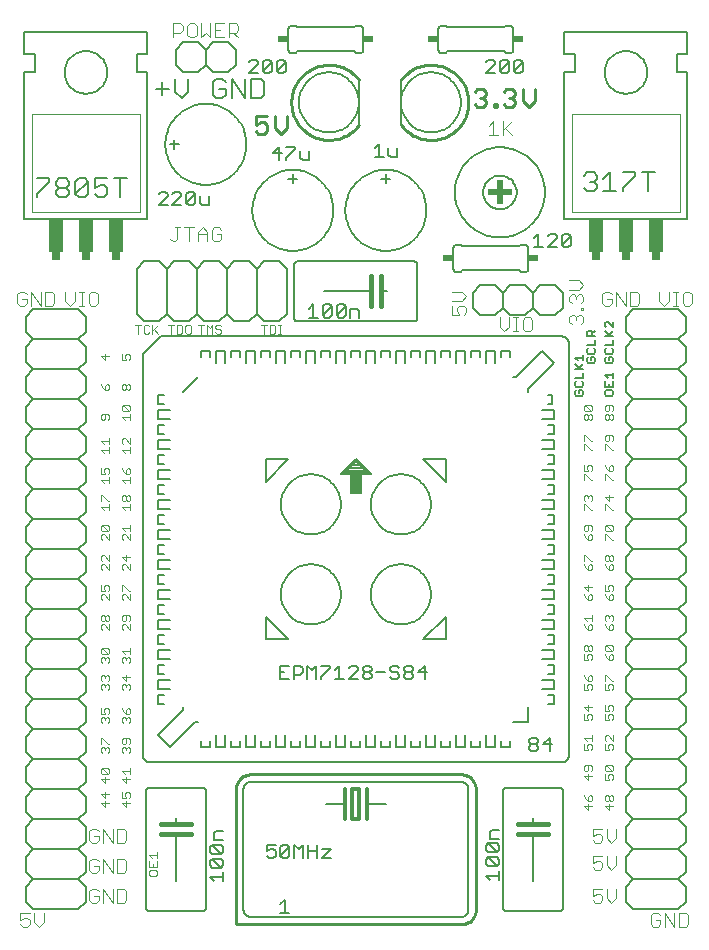
<source format=gto>
G75*
%MOIN*%
%OFA0B0*%
%FSLAX24Y24*%
%IPPOS*%
%LPD*%
%AMOC8*
5,1,8,0,0,1.08239X$1,22.5*
%
%ADD10C,0.0040*%
%ADD11C,0.0060*%
%ADD12C,0.0030*%
%ADD13C,0.0110*%
%ADD14C,0.0050*%
%ADD15R,0.0400X0.0750*%
%ADD16R,0.0700X0.0150*%
%ADD17R,0.0500X0.0100*%
%ADD18R,0.0300X0.0100*%
%ADD19R,0.0100X0.0100*%
%ADD20R,0.0100X0.0050*%
%ADD21R,0.0050X0.0050*%
%ADD22C,0.0020*%
%ADD23R,0.0300X0.0250*%
%ADD24R,0.0500X0.1100*%
%ADD25C,0.0070*%
%ADD26C,0.0100*%
%ADD27C,0.0120*%
%ADD28C,0.0160*%
%ADD29R,0.0340X0.0240*%
%ADD30R,0.0800X0.0200*%
%ADD31R,0.0200X0.0800*%
%ADD32C,0.0080*%
D10*
X000957Y000780D02*
X000880Y000857D01*
X000957Y000780D02*
X001110Y000780D01*
X001187Y000857D01*
X001187Y001010D01*
X001110Y001087D01*
X001033Y001087D01*
X000880Y001010D01*
X000880Y001240D01*
X001187Y001240D01*
X001340Y001240D02*
X001340Y000933D01*
X001494Y000780D01*
X001647Y000933D01*
X001647Y001240D01*
X003180Y001657D02*
X003257Y001580D01*
X003410Y001580D01*
X003487Y001657D01*
X003487Y001810D01*
X003333Y001810D01*
X003180Y001657D02*
X003180Y001964D01*
X003257Y002040D01*
X003410Y002040D01*
X003487Y001964D01*
X003640Y002040D02*
X003947Y001580D01*
X003947Y002040D01*
X004101Y002040D02*
X004331Y002040D01*
X004408Y001964D01*
X004408Y001657D01*
X004331Y001580D01*
X004101Y001580D01*
X004101Y002040D01*
X003640Y002040D02*
X003640Y001580D01*
X003640Y002580D02*
X003640Y003040D01*
X003947Y002580D01*
X003947Y003040D01*
X004101Y003040D02*
X004101Y002580D01*
X004331Y002580D01*
X004408Y002657D01*
X004408Y002964D01*
X004331Y003040D01*
X004101Y003040D01*
X004101Y003580D02*
X004331Y003580D01*
X004408Y003657D01*
X004408Y003964D01*
X004331Y004040D01*
X004101Y004040D01*
X004101Y003580D01*
X003947Y003580D02*
X003947Y004040D01*
X003640Y004040D02*
X003640Y003580D01*
X003487Y003657D02*
X003487Y003810D01*
X003333Y003810D01*
X003180Y003657D02*
X003180Y003964D01*
X003257Y004040D01*
X003410Y004040D01*
X003487Y003964D01*
X003640Y004040D02*
X003947Y003580D01*
X003487Y003657D02*
X003410Y003580D01*
X003257Y003580D01*
X003180Y003657D01*
X003257Y003040D02*
X003180Y002964D01*
X003180Y002657D01*
X003257Y002580D01*
X003410Y002580D01*
X003487Y002657D01*
X003487Y002810D01*
X003333Y002810D01*
X003487Y002964D02*
X003410Y003040D01*
X003257Y003040D01*
X015280Y021180D02*
X015510Y021180D01*
X015433Y021333D01*
X015433Y021410D01*
X015510Y021487D01*
X015663Y021487D01*
X015740Y021410D01*
X015740Y021257D01*
X015663Y021180D01*
X015280Y021180D02*
X015280Y021487D01*
X015280Y021640D02*
X015587Y021640D01*
X015740Y021794D01*
X015587Y021947D01*
X015280Y021947D01*
X016852Y021090D02*
X016852Y020783D01*
X017006Y020630D01*
X017159Y020783D01*
X017159Y021090D01*
X017313Y021090D02*
X017466Y021090D01*
X017389Y021090D02*
X017389Y020630D01*
X017313Y020630D02*
X017466Y020630D01*
X017620Y020707D02*
X017620Y021014D01*
X017696Y021090D01*
X017850Y021090D01*
X017927Y021014D01*
X017927Y020707D01*
X017850Y020630D01*
X017696Y020630D01*
X017620Y020707D01*
X019180Y020945D02*
X019180Y021099D01*
X019256Y021176D01*
X019333Y021176D01*
X019410Y021099D01*
X019487Y021176D01*
X019563Y021176D01*
X019640Y021099D01*
X019640Y020945D01*
X019563Y020869D01*
X019410Y021022D02*
X019410Y021099D01*
X019563Y021329D02*
X019563Y021406D01*
X019640Y021406D01*
X019640Y021329D01*
X019563Y021329D01*
X019563Y021559D02*
X019640Y021636D01*
X019640Y021789D01*
X019563Y021866D01*
X019487Y021866D01*
X019410Y021789D01*
X019410Y021713D01*
X019410Y021789D02*
X019333Y021866D01*
X019256Y021866D01*
X019180Y021789D01*
X019180Y021636D01*
X019256Y021559D01*
X019180Y022020D02*
X019487Y022020D01*
X019640Y022173D01*
X019487Y022327D01*
X019180Y022327D01*
X019180Y020945D02*
X019256Y020869D01*
X020280Y021557D02*
X020280Y021864D01*
X020357Y021940D01*
X020510Y021940D01*
X020587Y021864D01*
X020587Y021710D02*
X020433Y021710D01*
X020587Y021710D02*
X020587Y021557D01*
X020510Y021480D01*
X020357Y021480D01*
X020280Y021557D01*
X020740Y021480D02*
X020740Y021940D01*
X021047Y021480D01*
X021047Y021940D01*
X021201Y021940D02*
X021431Y021940D01*
X021508Y021864D01*
X021508Y021557D01*
X021431Y021480D01*
X021201Y021480D01*
X021201Y021940D01*
X022180Y021940D02*
X022180Y021633D01*
X022333Y021480D01*
X022487Y021633D01*
X022487Y021940D01*
X022640Y021940D02*
X022794Y021940D01*
X022717Y021940D02*
X022717Y021480D01*
X022640Y021480D02*
X022794Y021480D01*
X022947Y021557D02*
X023024Y021480D01*
X023178Y021480D01*
X023254Y021557D01*
X023254Y021864D01*
X023178Y021940D01*
X023024Y021940D01*
X022947Y021864D01*
X022947Y021557D01*
X017257Y027173D02*
X017027Y027404D01*
X016950Y027327D02*
X017257Y027634D01*
X016950Y027634D02*
X016950Y027173D01*
X016797Y027173D02*
X016490Y027173D01*
X016643Y027173D02*
X016643Y027634D01*
X016490Y027480D01*
X008128Y030430D02*
X007975Y030583D01*
X008052Y030583D02*
X007822Y030583D01*
X007822Y030430D02*
X007822Y030890D01*
X008052Y030890D01*
X008128Y030814D01*
X008128Y030660D01*
X008052Y030583D01*
X007668Y030430D02*
X007361Y030430D01*
X007361Y030890D01*
X007668Y030890D01*
X007515Y030660D02*
X007361Y030660D01*
X007208Y030430D02*
X007208Y030890D01*
X007054Y030583D02*
X007208Y030430D01*
X007054Y030583D02*
X006901Y030430D01*
X006901Y030890D01*
X006747Y030814D02*
X006671Y030890D01*
X006517Y030890D01*
X006440Y030814D01*
X006440Y030507D01*
X006517Y030430D01*
X006671Y030430D01*
X006747Y030507D01*
X006747Y030814D01*
X006287Y030814D02*
X006287Y030660D01*
X006210Y030583D01*
X005980Y030583D01*
X005980Y030430D02*
X005980Y030890D01*
X006210Y030890D01*
X006287Y030814D01*
X006340Y024090D02*
X006647Y024090D01*
X006494Y024090D02*
X006494Y023630D01*
X006801Y023630D02*
X006801Y023937D01*
X006954Y024090D01*
X007108Y023937D01*
X007108Y023630D01*
X007261Y023707D02*
X007261Y024014D01*
X007338Y024090D01*
X007491Y024090D01*
X007568Y024014D01*
X007568Y023860D02*
X007415Y023860D01*
X007568Y023860D02*
X007568Y023707D01*
X007491Y023630D01*
X007338Y023630D01*
X007261Y023707D01*
X007108Y023860D02*
X006801Y023860D01*
X006187Y024090D02*
X006033Y024090D01*
X006110Y024090D02*
X006110Y023707D01*
X006033Y023630D01*
X005957Y023630D01*
X005880Y023707D01*
X003454Y021864D02*
X003454Y021557D01*
X003378Y021480D01*
X003224Y021480D01*
X003147Y021557D01*
X003147Y021864D01*
X003224Y021940D01*
X003378Y021940D01*
X003454Y021864D01*
X002994Y021940D02*
X002840Y021940D01*
X002917Y021940D02*
X002917Y021480D01*
X002840Y021480D02*
X002994Y021480D01*
X002687Y021633D02*
X002687Y021940D01*
X002687Y021633D02*
X002533Y021480D01*
X002380Y021633D01*
X002380Y021940D01*
X002008Y021864D02*
X002008Y021557D01*
X001931Y021480D01*
X001701Y021480D01*
X001701Y021940D01*
X001931Y021940D01*
X002008Y021864D01*
X001547Y021940D02*
X001547Y021480D01*
X001240Y021940D01*
X001240Y021480D01*
X001087Y021557D02*
X001087Y021710D01*
X000933Y021710D01*
X000780Y021557D02*
X000857Y021480D01*
X001010Y021480D01*
X001087Y021557D01*
X001087Y021864D02*
X001010Y021940D01*
X000857Y021940D01*
X000780Y021864D01*
X000780Y021557D01*
X019959Y004040D02*
X019959Y003810D01*
X020113Y003887D01*
X020189Y003887D01*
X020266Y003810D01*
X020266Y003657D01*
X020189Y003580D01*
X020036Y003580D01*
X019959Y003657D01*
X019959Y004040D02*
X020266Y004040D01*
X020420Y004040D02*
X020420Y003733D01*
X020573Y003580D01*
X020727Y003733D01*
X020727Y004040D01*
X020727Y003140D02*
X020727Y002833D01*
X020573Y002680D01*
X020420Y002833D01*
X020420Y003140D01*
X020266Y003140D02*
X019959Y003140D01*
X019959Y002910D01*
X020113Y002987D01*
X020189Y002987D01*
X020266Y002910D01*
X020266Y002757D01*
X020189Y002680D01*
X020036Y002680D01*
X019959Y002757D01*
X019959Y002040D02*
X019959Y001810D01*
X020113Y001887D01*
X020189Y001887D01*
X020266Y001810D01*
X020266Y001657D01*
X020189Y001580D01*
X020036Y001580D01*
X019959Y001657D01*
X019959Y002040D02*
X020266Y002040D01*
X020420Y002040D02*
X020420Y001733D01*
X020573Y001580D01*
X020727Y001733D01*
X020727Y002040D01*
X021899Y001164D02*
X021899Y000857D01*
X021976Y000780D01*
X022129Y000780D01*
X022206Y000857D01*
X022206Y001010D01*
X022052Y001010D01*
X021899Y001164D02*
X021976Y001240D01*
X022129Y001240D01*
X022206Y001164D01*
X022359Y001240D02*
X022359Y000780D01*
X022666Y000780D02*
X022359Y001240D01*
X022666Y001240D02*
X022666Y000780D01*
X022820Y000780D02*
X022820Y001240D01*
X023050Y001240D01*
X023127Y001164D01*
X023127Y000857D01*
X023050Y000780D01*
X022820Y000780D01*
D11*
X022810Y001360D02*
X021310Y001360D01*
X021060Y001610D01*
X021060Y002110D01*
X021310Y002360D01*
X022810Y002360D01*
X023060Y002110D01*
X023060Y001610D01*
X022810Y001360D01*
X022810Y002360D02*
X023060Y002610D01*
X023060Y003110D01*
X022810Y003360D01*
X021310Y003360D01*
X021060Y003610D01*
X021060Y004110D01*
X021310Y004360D01*
X022810Y004360D01*
X023060Y004110D01*
X023060Y003610D01*
X022810Y003360D01*
X022810Y004360D02*
X023060Y004610D01*
X023060Y005110D01*
X022810Y005360D01*
X021310Y005360D01*
X021060Y005610D01*
X021060Y006110D01*
X021310Y006360D01*
X022810Y006360D01*
X023060Y006110D01*
X023060Y005610D01*
X022810Y005360D01*
X022810Y006360D02*
X023060Y006610D01*
X023060Y007110D01*
X022810Y007360D01*
X021310Y007360D01*
X021060Y007610D01*
X021060Y008110D01*
X021310Y008360D01*
X022810Y008360D01*
X023060Y008110D01*
X023060Y007610D01*
X022810Y007360D01*
X022810Y008360D02*
X023060Y008610D01*
X023060Y009110D01*
X022810Y009360D01*
X021310Y009360D01*
X021060Y009610D01*
X021060Y010110D01*
X021310Y010360D01*
X022810Y010360D01*
X023060Y010110D01*
X023060Y009610D01*
X022810Y009360D01*
X022810Y010360D02*
X023060Y010610D01*
X023060Y011110D01*
X022810Y011360D01*
X021310Y011360D01*
X021060Y011610D01*
X021060Y012110D01*
X021310Y012360D01*
X022810Y012360D01*
X023060Y012110D01*
X023060Y011610D01*
X022810Y011360D01*
X022810Y012360D02*
X023060Y012610D01*
X023060Y013110D01*
X022810Y013360D01*
X021310Y013360D01*
X021060Y013610D01*
X021060Y014110D01*
X021310Y014360D01*
X022810Y014360D01*
X023060Y014110D01*
X023060Y013610D01*
X022810Y013360D01*
X022810Y014360D02*
X023060Y014610D01*
X023060Y015110D01*
X022810Y015360D01*
X021310Y015360D01*
X021060Y015110D01*
X021060Y014610D01*
X021310Y014360D01*
X021310Y013360D02*
X021060Y013110D01*
X021060Y012610D01*
X021310Y012360D01*
X021310Y011360D02*
X021060Y011110D01*
X021060Y010610D01*
X021310Y010360D01*
X021310Y009360D02*
X021060Y009110D01*
X021060Y008610D01*
X021310Y008360D01*
X021310Y007360D02*
X021060Y007110D01*
X021060Y006610D01*
X021310Y006360D01*
X021310Y005360D02*
X021060Y005110D01*
X021060Y004610D01*
X021310Y004360D01*
X021310Y003360D02*
X021060Y003110D01*
X021060Y002610D01*
X021310Y002360D01*
X018960Y001410D02*
X018960Y005310D01*
X018958Y005327D01*
X018954Y005344D01*
X018947Y005360D01*
X018937Y005374D01*
X018924Y005387D01*
X018910Y005397D01*
X018894Y005404D01*
X018877Y005408D01*
X018860Y005410D01*
X017060Y005410D01*
X017043Y005408D01*
X017026Y005404D01*
X017010Y005397D01*
X016996Y005387D01*
X016983Y005374D01*
X016973Y005360D01*
X016966Y005344D01*
X016962Y005327D01*
X016960Y005310D01*
X016960Y001410D01*
X016962Y001393D01*
X016966Y001376D01*
X016973Y001360D01*
X016983Y001346D01*
X016996Y001333D01*
X017010Y001323D01*
X017026Y001316D01*
X017043Y001312D01*
X017060Y001310D01*
X018860Y001310D01*
X018877Y001312D01*
X018894Y001316D01*
X018910Y001323D01*
X018924Y001333D01*
X018937Y001346D01*
X018947Y001360D01*
X018954Y001376D01*
X018958Y001393D01*
X018960Y001410D01*
X017960Y002310D02*
X017960Y003860D01*
X017960Y004210D02*
X017960Y004410D01*
X018910Y006260D02*
X005210Y006260D01*
X005180Y006262D01*
X005150Y006267D01*
X005121Y006276D01*
X005094Y006289D01*
X005068Y006304D01*
X005044Y006323D01*
X005023Y006344D01*
X005004Y006368D01*
X004989Y006394D01*
X004976Y006421D01*
X004967Y006450D01*
X004962Y006480D01*
X004960Y006510D01*
X004960Y019860D01*
X005560Y020460D01*
X018910Y020460D01*
X018940Y020458D01*
X018970Y020453D01*
X018999Y020444D01*
X019026Y020431D01*
X019052Y020416D01*
X019076Y020397D01*
X019097Y020376D01*
X019116Y020352D01*
X019131Y020326D01*
X019144Y020299D01*
X019153Y020270D01*
X019158Y020240D01*
X019160Y020210D01*
X019160Y006510D01*
X019158Y006480D01*
X019153Y006450D01*
X019144Y006421D01*
X019131Y006394D01*
X019116Y006368D01*
X019097Y006344D01*
X019076Y006323D01*
X019052Y006304D01*
X019026Y006289D01*
X018999Y006276D01*
X018970Y006267D01*
X018940Y006262D01*
X018910Y006260D01*
X017810Y007610D02*
X017810Y008110D01*
X017810Y007610D02*
X017310Y007610D01*
X017210Y006960D02*
X017210Y006760D01*
X016910Y006760D01*
X016910Y006960D01*
X016710Y006760D02*
X016410Y006760D01*
X016410Y007160D01*
X016210Y006960D02*
X016210Y006760D01*
X015910Y006760D01*
X015910Y006960D01*
X015710Y006760D02*
X015710Y007160D01*
X015410Y007160D02*
X015410Y006760D01*
X015710Y006760D01*
X015210Y006760D02*
X015210Y006960D01*
X015210Y006760D02*
X014910Y006760D01*
X014910Y006960D01*
X014710Y006760D02*
X014710Y007160D01*
X014710Y006760D02*
X014410Y006760D01*
X014410Y007160D01*
X014210Y006960D02*
X014210Y006760D01*
X013910Y006760D01*
X013910Y006960D01*
X013710Y006760D02*
X013710Y007160D01*
X013710Y006760D02*
X013410Y006760D01*
X013410Y007160D01*
X013210Y006960D02*
X013210Y006760D01*
X012910Y006760D01*
X012910Y006960D01*
X012710Y006760D02*
X012710Y007160D01*
X012410Y007160D02*
X012410Y006760D01*
X012710Y006760D01*
X012210Y006760D02*
X012210Y006960D01*
X012210Y006760D02*
X011910Y006760D01*
X011910Y006960D01*
X011710Y006760D02*
X011710Y007160D01*
X011410Y007160D02*
X011410Y006760D01*
X011710Y006760D01*
X011210Y006760D02*
X011210Y006960D01*
X011210Y006760D02*
X010910Y006760D01*
X010910Y006960D01*
X010710Y006760D02*
X010710Y007160D01*
X010410Y007160D02*
X010410Y006760D01*
X010710Y006760D01*
X010210Y006760D02*
X010210Y006960D01*
X010210Y006760D02*
X009910Y006760D01*
X009910Y006960D01*
X009710Y006760D02*
X009710Y007160D01*
X009410Y007160D02*
X009410Y006760D01*
X009710Y006760D01*
X009210Y006760D02*
X008910Y006760D01*
X008910Y006960D01*
X008710Y006760D02*
X008710Y007160D01*
X008410Y007160D02*
X008410Y006760D01*
X008710Y006760D01*
X008210Y006760D02*
X008210Y006960D01*
X008210Y006760D02*
X007910Y006760D01*
X007910Y006960D01*
X007710Y006760D02*
X007710Y007160D01*
X007710Y006760D02*
X007410Y006760D01*
X007410Y007160D01*
X007210Y006960D02*
X007210Y006760D01*
X006910Y006760D01*
X006910Y006960D01*
X006810Y007610D02*
X006710Y007610D01*
X005860Y006760D01*
X005460Y007160D01*
X006310Y008010D01*
X006310Y008110D01*
X005860Y008710D02*
X005460Y008710D01*
X005460Y009010D01*
X005860Y009010D01*
X005660Y009210D02*
X005460Y009210D01*
X005460Y009510D01*
X005660Y009510D01*
X005460Y009710D02*
X005460Y010010D01*
X005860Y010010D01*
X005660Y010210D02*
X005460Y010210D01*
X005460Y010510D01*
X005660Y010510D01*
X005460Y010710D02*
X005460Y011010D01*
X005860Y011010D01*
X005660Y011210D02*
X005460Y011210D01*
X005460Y011510D01*
X005660Y011510D01*
X005460Y011710D02*
X005460Y012010D01*
X005860Y012010D01*
X005660Y012210D02*
X005460Y012210D01*
X005460Y012510D01*
X005660Y012510D01*
X005460Y012710D02*
X005460Y013010D01*
X005860Y013010D01*
X005660Y013210D02*
X005460Y013210D01*
X005460Y013510D01*
X005660Y013510D01*
X005460Y013710D02*
X005460Y014010D01*
X005860Y014010D01*
X005660Y014210D02*
X005460Y014210D01*
X005460Y014510D01*
X005660Y014510D01*
X005460Y014710D02*
X005860Y014710D01*
X005860Y015010D02*
X005460Y015010D01*
X005460Y014710D01*
X005460Y015210D02*
X005660Y015210D01*
X005460Y015210D02*
X005460Y015510D01*
X005660Y015510D01*
X005460Y015710D02*
X005460Y016010D01*
X005860Y016010D01*
X005660Y016210D02*
X005460Y016210D01*
X005460Y016510D01*
X005660Y016510D01*
X005460Y016710D02*
X005460Y017010D01*
X005860Y017010D01*
X005660Y017210D02*
X005460Y017210D01*
X005460Y017510D01*
X005660Y017510D01*
X005460Y017710D02*
X005860Y017710D01*
X005860Y018010D02*
X005460Y018010D01*
X005460Y017710D01*
X005460Y018210D02*
X005660Y018210D01*
X005460Y018210D02*
X005460Y018510D01*
X005660Y018510D01*
X006310Y018610D02*
X006810Y019110D01*
X006910Y019760D02*
X006910Y019960D01*
X007210Y019960D01*
X007210Y019760D01*
X007410Y019560D02*
X007410Y019960D01*
X007710Y019960D01*
X007710Y019560D01*
X007910Y019760D02*
X007910Y019960D01*
X008210Y019960D01*
X008210Y019760D01*
X008410Y019960D02*
X008410Y019560D01*
X008710Y019560D02*
X008710Y019960D01*
X008410Y019960D01*
X008910Y019960D02*
X008910Y019760D01*
X008910Y019960D02*
X009210Y019960D01*
X009210Y019760D01*
X009410Y019960D02*
X009410Y019560D01*
X009710Y019560D02*
X009710Y019960D01*
X009410Y019960D01*
X009910Y019960D02*
X009910Y019760D01*
X009910Y019960D02*
X010210Y019960D01*
X010210Y019760D01*
X010410Y019960D02*
X010410Y019560D01*
X010710Y019560D02*
X010710Y019960D01*
X010410Y019960D01*
X010910Y019960D02*
X010910Y019760D01*
X010910Y019960D02*
X011210Y019960D01*
X011210Y019760D01*
X011410Y019960D02*
X011410Y019560D01*
X011710Y019560D02*
X011710Y019960D01*
X011410Y019960D01*
X011910Y019960D02*
X011910Y019760D01*
X011910Y019960D02*
X012210Y019960D01*
X012210Y019760D01*
X012410Y019960D02*
X012410Y019560D01*
X012710Y019560D02*
X012710Y019960D01*
X012410Y019960D01*
X012910Y019960D02*
X012910Y019760D01*
X012910Y019960D02*
X013210Y019960D01*
X013210Y019760D01*
X013410Y019960D02*
X013410Y019560D01*
X013710Y019560D02*
X013710Y019960D01*
X013410Y019960D01*
X013910Y019960D02*
X013910Y019760D01*
X013910Y019960D02*
X014210Y019960D01*
X014210Y019760D01*
X014410Y019960D02*
X014410Y019560D01*
X014710Y019560D02*
X014710Y019960D01*
X014410Y019960D01*
X014910Y019960D02*
X014910Y019760D01*
X014910Y019960D02*
X015210Y019960D01*
X015210Y019760D01*
X015410Y019960D02*
X015410Y019560D01*
X015710Y019560D02*
X015710Y019960D01*
X015410Y019960D01*
X015910Y019960D02*
X015910Y019760D01*
X015910Y019960D02*
X016210Y019960D01*
X016210Y019760D01*
X016410Y019960D02*
X016410Y019560D01*
X016710Y019560D02*
X016710Y019960D01*
X016410Y019960D01*
X016910Y019960D02*
X016910Y019760D01*
X016910Y019960D02*
X017210Y019960D01*
X017210Y019760D01*
X017310Y019110D02*
X017410Y019110D01*
X018260Y019960D01*
X018660Y019560D01*
X017810Y018710D01*
X017810Y018610D01*
X018460Y018510D02*
X018610Y018510D01*
X018610Y018210D01*
X018460Y018210D01*
X018260Y018010D02*
X018660Y018010D01*
X018660Y017710D01*
X018260Y017710D01*
X018460Y017510D02*
X018660Y017510D01*
X018660Y017210D01*
X018460Y017210D01*
X018660Y017010D02*
X018260Y017010D01*
X018260Y016710D02*
X018660Y016710D01*
X018660Y017010D01*
X018660Y016510D02*
X018460Y016510D01*
X018660Y016510D02*
X018660Y016210D01*
X018460Y016210D01*
X018660Y016010D02*
X018260Y016010D01*
X018260Y015710D02*
X018660Y015710D01*
X018660Y016010D01*
X018660Y015510D02*
X018460Y015510D01*
X018660Y015510D02*
X018660Y015210D01*
X018460Y015210D01*
X018260Y015010D02*
X018660Y015010D01*
X018660Y014710D01*
X018260Y014710D01*
X018460Y014510D02*
X018660Y014510D01*
X018660Y014210D01*
X018460Y014210D01*
X018260Y014010D02*
X018660Y014010D01*
X018660Y013710D01*
X018260Y013710D01*
X018460Y013510D02*
X018660Y013510D01*
X018660Y013210D01*
X018460Y013210D01*
X018260Y013010D02*
X018660Y013010D01*
X018660Y012710D01*
X018260Y012710D01*
X018460Y012510D02*
X018660Y012510D01*
X018660Y012210D01*
X018460Y012210D01*
X018660Y012010D02*
X018260Y012010D01*
X018260Y011710D02*
X018660Y011710D01*
X018660Y012010D01*
X018660Y011510D02*
X018460Y011510D01*
X018660Y011510D02*
X018660Y011210D01*
X018460Y011210D01*
X018660Y011010D02*
X018260Y011010D01*
X018260Y010710D02*
X018660Y010710D01*
X018660Y011010D01*
X018660Y010510D02*
X018460Y010510D01*
X018660Y010510D02*
X018660Y010210D01*
X018460Y010210D01*
X018660Y010010D02*
X018260Y010010D01*
X018260Y009710D02*
X018660Y009710D01*
X018660Y010010D01*
X018660Y009510D02*
X018460Y009510D01*
X018660Y009510D02*
X018660Y009210D01*
X018460Y009210D01*
X018660Y009010D02*
X018260Y009010D01*
X018260Y008710D02*
X018660Y008710D01*
X018660Y009010D01*
X018660Y008510D02*
X018460Y008510D01*
X018660Y008510D02*
X018660Y008210D01*
X018460Y008210D01*
X016710Y007160D02*
X016710Y006760D01*
X015560Y005610D02*
X008560Y005610D01*
X008530Y005608D01*
X008500Y005603D01*
X008471Y005594D01*
X008444Y005581D01*
X008418Y005566D01*
X008394Y005547D01*
X008373Y005526D01*
X008354Y005502D01*
X008339Y005476D01*
X008326Y005449D01*
X008317Y005420D01*
X008312Y005390D01*
X008310Y005360D01*
X008310Y001360D01*
X008312Y001330D01*
X008317Y001300D01*
X008326Y001271D01*
X008339Y001244D01*
X008354Y001218D01*
X008373Y001194D01*
X008394Y001173D01*
X008418Y001154D01*
X008444Y001139D01*
X008471Y001126D01*
X008500Y001117D01*
X008530Y001112D01*
X008560Y001110D01*
X015560Y001110D01*
X015590Y001112D01*
X015620Y001117D01*
X015649Y001126D01*
X015676Y001139D01*
X015702Y001154D01*
X015726Y001173D01*
X015747Y001194D01*
X015766Y001218D01*
X015781Y001244D01*
X015794Y001271D01*
X015803Y001300D01*
X015808Y001330D01*
X015810Y001360D01*
X015810Y005360D01*
X015808Y005390D01*
X015803Y005420D01*
X015794Y005449D01*
X015781Y005476D01*
X015766Y005502D01*
X015747Y005526D01*
X015726Y005547D01*
X015702Y005566D01*
X015676Y005581D01*
X015649Y005594D01*
X015620Y005603D01*
X015590Y005608D01*
X015560Y005610D01*
X013060Y004860D02*
X012430Y004860D01*
X011690Y004860D02*
X011060Y004860D01*
X009210Y006760D02*
X009210Y006960D01*
X007060Y005310D02*
X007060Y001410D01*
X007058Y001393D01*
X007054Y001376D01*
X007047Y001360D01*
X007037Y001346D01*
X007024Y001333D01*
X007010Y001323D01*
X006994Y001316D01*
X006977Y001312D01*
X006960Y001310D01*
X005160Y001310D01*
X005143Y001312D01*
X005126Y001316D01*
X005110Y001323D01*
X005096Y001333D01*
X005083Y001346D01*
X005073Y001360D01*
X005066Y001376D01*
X005062Y001393D01*
X005060Y001410D01*
X005060Y005310D01*
X005062Y005327D01*
X005066Y005344D01*
X005073Y005360D01*
X005083Y005374D01*
X005096Y005387D01*
X005110Y005397D01*
X005126Y005404D01*
X005143Y005408D01*
X005160Y005410D01*
X006960Y005410D01*
X006977Y005408D01*
X006994Y005404D01*
X007010Y005397D01*
X007024Y005387D01*
X007037Y005374D01*
X007047Y005360D01*
X007054Y005344D01*
X007058Y005327D01*
X007060Y005310D01*
X006060Y004410D02*
X006060Y004210D01*
X006060Y003860D02*
X006060Y002310D01*
X003060Y002110D02*
X003060Y001610D01*
X002810Y001360D01*
X001310Y001360D01*
X001060Y001610D01*
X001060Y002110D01*
X001310Y002360D01*
X002810Y002360D01*
X003060Y002110D01*
X002810Y002360D02*
X003060Y002610D01*
X003060Y003110D01*
X002810Y003360D01*
X001310Y003360D01*
X001060Y003610D01*
X001060Y004110D01*
X001310Y004360D01*
X002810Y004360D01*
X003060Y004110D01*
X003060Y003610D01*
X002810Y003360D01*
X002810Y004360D02*
X003060Y004610D01*
X003060Y005110D01*
X002810Y005360D01*
X001310Y005360D01*
X001060Y005610D01*
X001060Y006110D01*
X001310Y006360D01*
X002810Y006360D01*
X003060Y006110D01*
X003060Y005610D01*
X002810Y005360D01*
X002810Y006360D02*
X003060Y006610D01*
X003060Y007110D01*
X002810Y007360D01*
X001310Y007360D01*
X001060Y007610D01*
X001060Y008110D01*
X001310Y008360D01*
X002810Y008360D01*
X003060Y008110D01*
X003060Y007610D01*
X002810Y007360D01*
X002810Y008360D02*
X003060Y008610D01*
X003060Y009110D01*
X002810Y009360D01*
X001310Y009360D01*
X001060Y009610D01*
X001060Y010110D01*
X001310Y010360D01*
X002810Y010360D01*
X003060Y010110D01*
X003060Y009610D01*
X002810Y009360D01*
X002810Y010360D02*
X003060Y010610D01*
X003060Y011110D01*
X002810Y011360D01*
X001310Y011360D01*
X001060Y011610D01*
X001060Y012110D01*
X001310Y012360D01*
X002810Y012360D01*
X003060Y012110D01*
X003060Y011610D01*
X002810Y011360D01*
X002810Y012360D02*
X003060Y012610D01*
X003060Y013110D01*
X002810Y013360D01*
X001310Y013360D01*
X001060Y013610D01*
X001060Y014110D01*
X001310Y014360D01*
X002810Y014360D01*
X003060Y014110D01*
X003060Y013610D01*
X002810Y013360D01*
X002810Y014360D02*
X003060Y014610D01*
X003060Y015110D01*
X002810Y015360D01*
X001310Y015360D01*
X001060Y015110D01*
X001060Y014610D01*
X001310Y014360D01*
X001310Y013360D02*
X001060Y013110D01*
X001060Y012610D01*
X001310Y012360D01*
X001310Y011360D02*
X001060Y011110D01*
X001060Y010610D01*
X001310Y010360D01*
X001310Y009360D02*
X001060Y009110D01*
X001060Y008610D01*
X001310Y008360D01*
X001310Y007360D02*
X001060Y007110D01*
X001060Y006610D01*
X001310Y006360D01*
X001310Y005360D02*
X001060Y005110D01*
X001060Y004610D01*
X001310Y004360D01*
X001310Y003360D02*
X001060Y003110D01*
X001060Y002610D01*
X001310Y002360D01*
X005460Y008210D02*
X005460Y008510D01*
X005660Y008510D01*
X005660Y008210D02*
X005460Y008210D01*
X005460Y009710D02*
X005860Y009710D01*
X005860Y010710D02*
X005460Y010710D01*
X005460Y011710D02*
X005860Y011710D01*
X005860Y012710D02*
X005460Y012710D01*
X005460Y013710D02*
X005860Y013710D01*
X005860Y015710D02*
X005460Y015710D01*
X005460Y016710D02*
X005860Y016710D01*
X003060Y016610D02*
X002810Y016360D01*
X001310Y016360D01*
X001060Y016110D01*
X001060Y015610D01*
X001310Y015360D01*
X001310Y016360D02*
X001060Y016610D01*
X001060Y017110D01*
X001310Y017360D01*
X002810Y017360D01*
X003060Y017110D01*
X003060Y016610D01*
X002810Y016360D02*
X003060Y016110D01*
X003060Y015610D01*
X002810Y015360D01*
X002810Y017360D02*
X003060Y017610D01*
X003060Y018110D01*
X002810Y018360D01*
X001310Y018360D01*
X001060Y018110D01*
X001060Y017610D01*
X001310Y017360D01*
X001310Y018360D02*
X001060Y018610D01*
X001060Y019110D01*
X001310Y019360D01*
X002810Y019360D01*
X003060Y019110D01*
X003060Y018610D01*
X002810Y018360D01*
X002810Y019360D02*
X003060Y019610D01*
X003060Y020110D01*
X002810Y020360D01*
X001310Y020360D01*
X001060Y020110D01*
X001060Y019610D01*
X001310Y019360D01*
X001310Y020360D02*
X001060Y020610D01*
X001060Y021110D01*
X001310Y021360D01*
X002810Y021360D01*
X003060Y021110D01*
X003060Y020610D01*
X002810Y020360D01*
X004760Y021210D02*
X004760Y022710D01*
X005010Y022960D01*
X005510Y022960D01*
X005760Y022710D01*
X005760Y021210D01*
X006010Y020960D01*
X006510Y020960D01*
X006760Y021210D01*
X006760Y022710D01*
X007010Y022960D01*
X007510Y022960D01*
X007760Y022710D01*
X007760Y021210D01*
X008010Y020960D01*
X008510Y020960D01*
X008760Y021210D01*
X009010Y020960D01*
X009510Y020960D01*
X009760Y021210D01*
X009760Y022710D01*
X009510Y022960D01*
X009010Y022960D01*
X008760Y022710D01*
X008760Y021210D01*
X007760Y021210D02*
X007510Y020960D01*
X007010Y020960D01*
X006760Y021210D01*
X006760Y022710D02*
X006510Y022960D01*
X006010Y022960D01*
X005760Y022710D01*
X005760Y021210D02*
X005510Y020960D01*
X005010Y020960D01*
X004760Y021210D01*
X005110Y024360D02*
X005110Y029260D01*
X004760Y029260D01*
X004760Y029860D01*
X005110Y029860D01*
X005110Y030610D01*
X001010Y030610D01*
X001010Y029860D01*
X001360Y029860D01*
X001360Y029260D01*
X001010Y029260D01*
X001010Y024360D01*
X005110Y024360D01*
X006010Y026710D02*
X006010Y027010D01*
X005860Y026860D02*
X006160Y026860D01*
X005710Y026860D02*
X005712Y026933D01*
X005718Y027006D01*
X005728Y027078D01*
X005742Y027150D01*
X005759Y027221D01*
X005781Y027291D01*
X005806Y027360D01*
X005835Y027427D01*
X005867Y027492D01*
X005903Y027556D01*
X005943Y027618D01*
X005985Y027677D01*
X006031Y027734D01*
X006080Y027788D01*
X006132Y027840D01*
X006186Y027889D01*
X006243Y027935D01*
X006302Y027977D01*
X006364Y028017D01*
X006428Y028053D01*
X006493Y028085D01*
X006560Y028114D01*
X006629Y028139D01*
X006699Y028161D01*
X006770Y028178D01*
X006842Y028192D01*
X006914Y028202D01*
X006987Y028208D01*
X007060Y028210D01*
X007133Y028208D01*
X007206Y028202D01*
X007278Y028192D01*
X007350Y028178D01*
X007421Y028161D01*
X007491Y028139D01*
X007560Y028114D01*
X007627Y028085D01*
X007692Y028053D01*
X007756Y028017D01*
X007818Y027977D01*
X007877Y027935D01*
X007934Y027889D01*
X007988Y027840D01*
X008040Y027788D01*
X008089Y027734D01*
X008135Y027677D01*
X008177Y027618D01*
X008217Y027556D01*
X008253Y027492D01*
X008285Y027427D01*
X008314Y027360D01*
X008339Y027291D01*
X008361Y027221D01*
X008378Y027150D01*
X008392Y027078D01*
X008402Y027006D01*
X008408Y026933D01*
X008410Y026860D01*
X008408Y026787D01*
X008402Y026714D01*
X008392Y026642D01*
X008378Y026570D01*
X008361Y026499D01*
X008339Y026429D01*
X008314Y026360D01*
X008285Y026293D01*
X008253Y026228D01*
X008217Y026164D01*
X008177Y026102D01*
X008135Y026043D01*
X008089Y025986D01*
X008040Y025932D01*
X007988Y025880D01*
X007934Y025831D01*
X007877Y025785D01*
X007818Y025743D01*
X007756Y025703D01*
X007692Y025667D01*
X007627Y025635D01*
X007560Y025606D01*
X007491Y025581D01*
X007421Y025559D01*
X007350Y025542D01*
X007278Y025528D01*
X007206Y025518D01*
X007133Y025512D01*
X007060Y025510D01*
X006987Y025512D01*
X006914Y025518D01*
X006842Y025528D01*
X006770Y025542D01*
X006699Y025559D01*
X006629Y025581D01*
X006560Y025606D01*
X006493Y025635D01*
X006428Y025667D01*
X006364Y025703D01*
X006302Y025743D01*
X006243Y025785D01*
X006186Y025831D01*
X006132Y025880D01*
X006080Y025932D01*
X006031Y025986D01*
X005985Y026043D01*
X005943Y026102D01*
X005903Y026164D01*
X005867Y026228D01*
X005835Y026293D01*
X005806Y026360D01*
X005781Y026429D01*
X005759Y026499D01*
X005742Y026570D01*
X005728Y026642D01*
X005718Y026714D01*
X005712Y026787D01*
X005710Y026860D01*
X006248Y028390D02*
X006462Y028604D01*
X006462Y029031D01*
X006310Y029260D02*
X006060Y029510D01*
X006060Y030010D01*
X006310Y030260D01*
X006810Y030260D01*
X007060Y030010D01*
X007310Y030260D01*
X007810Y030260D01*
X008060Y030010D01*
X008060Y029510D01*
X007810Y029260D01*
X007310Y029260D01*
X007060Y029510D01*
X006810Y029260D01*
X006310Y029260D01*
X006035Y029031D02*
X006035Y028604D01*
X006248Y028390D01*
X005817Y028710D02*
X005390Y028710D01*
X005604Y028497D02*
X005604Y028924D01*
X007060Y029510D02*
X007060Y030010D01*
X007397Y029031D02*
X007290Y028924D01*
X007290Y028497D01*
X007397Y028390D01*
X007610Y028390D01*
X007717Y028497D01*
X007717Y028710D01*
X007504Y028710D01*
X007717Y028924D02*
X007610Y029031D01*
X007397Y029031D01*
X007935Y029031D02*
X007935Y028390D01*
X008362Y028390D02*
X008362Y029031D01*
X008579Y029031D02*
X008899Y029031D01*
X009006Y028924D01*
X009006Y028497D01*
X008899Y028390D01*
X008579Y028390D01*
X008579Y029031D01*
X007935Y029031D02*
X008362Y028390D01*
X009810Y030010D02*
X009810Y030710D01*
X009812Y030727D01*
X009816Y030744D01*
X009823Y030760D01*
X009833Y030774D01*
X009846Y030787D01*
X009860Y030797D01*
X009876Y030804D01*
X009893Y030808D01*
X009910Y030810D01*
X010060Y030810D01*
X010110Y030760D01*
X012010Y030760D01*
X012060Y030810D01*
X012210Y030810D01*
X012227Y030808D01*
X012244Y030804D01*
X012260Y030797D01*
X012274Y030787D01*
X012287Y030774D01*
X012297Y030760D01*
X012304Y030744D01*
X012308Y030727D01*
X012310Y030710D01*
X012310Y030010D01*
X012308Y029993D01*
X012304Y029976D01*
X012297Y029960D01*
X012287Y029946D01*
X012274Y029933D01*
X012260Y029923D01*
X012244Y029916D01*
X012227Y029912D01*
X012210Y029910D01*
X012060Y029910D01*
X012010Y029960D01*
X010110Y029960D01*
X010060Y029910D01*
X009910Y029910D01*
X009893Y029912D01*
X009876Y029916D01*
X009860Y029923D01*
X009846Y029933D01*
X009833Y029946D01*
X009823Y029960D01*
X009816Y029976D01*
X009812Y029993D01*
X009810Y030010D01*
X010160Y028260D02*
X010162Y028323D01*
X010168Y028385D01*
X010178Y028447D01*
X010191Y028509D01*
X010209Y028569D01*
X010230Y028628D01*
X010255Y028686D01*
X010284Y028742D01*
X010316Y028796D01*
X010351Y028848D01*
X010389Y028897D01*
X010431Y028945D01*
X010475Y028989D01*
X010523Y029031D01*
X010572Y029069D01*
X010624Y029104D01*
X010678Y029136D01*
X010734Y029165D01*
X010792Y029190D01*
X010851Y029211D01*
X010911Y029229D01*
X010973Y029242D01*
X011035Y029252D01*
X011097Y029258D01*
X011160Y029260D01*
X011223Y029258D01*
X011285Y029252D01*
X011347Y029242D01*
X011409Y029229D01*
X011469Y029211D01*
X011528Y029190D01*
X011586Y029165D01*
X011642Y029136D01*
X011696Y029104D01*
X011748Y029069D01*
X011797Y029031D01*
X011845Y028989D01*
X011889Y028945D01*
X011931Y028897D01*
X011969Y028848D01*
X012004Y028796D01*
X012036Y028742D01*
X012065Y028686D01*
X012090Y028628D01*
X012111Y028569D01*
X012129Y028509D01*
X012142Y028447D01*
X012152Y028385D01*
X012158Y028323D01*
X012160Y028260D01*
X012158Y028197D01*
X012152Y028135D01*
X012142Y028073D01*
X012129Y028011D01*
X012111Y027951D01*
X012090Y027892D01*
X012065Y027834D01*
X012036Y027778D01*
X012004Y027724D01*
X011969Y027672D01*
X011931Y027623D01*
X011889Y027575D01*
X011845Y027531D01*
X011797Y027489D01*
X011748Y027451D01*
X011696Y027416D01*
X011642Y027384D01*
X011586Y027355D01*
X011528Y027330D01*
X011469Y027309D01*
X011409Y027291D01*
X011347Y027278D01*
X011285Y027268D01*
X011223Y027262D01*
X011160Y027260D01*
X011097Y027262D01*
X011035Y027268D01*
X010973Y027278D01*
X010911Y027291D01*
X010851Y027309D01*
X010792Y027330D01*
X010734Y027355D01*
X010678Y027384D01*
X010624Y027416D01*
X010572Y027451D01*
X010523Y027489D01*
X010475Y027531D01*
X010431Y027575D01*
X010389Y027623D01*
X010351Y027672D01*
X010316Y027724D01*
X010284Y027778D01*
X010255Y027834D01*
X010230Y027892D01*
X010209Y027951D01*
X010191Y028011D01*
X010178Y028073D01*
X010168Y028135D01*
X010162Y028197D01*
X010160Y028260D01*
X009960Y025860D02*
X009960Y025560D01*
X009810Y025710D02*
X010110Y025710D01*
X008610Y024660D02*
X008612Y024733D01*
X008618Y024806D01*
X008628Y024878D01*
X008642Y024950D01*
X008659Y025021D01*
X008681Y025091D01*
X008706Y025160D01*
X008735Y025227D01*
X008767Y025292D01*
X008803Y025356D01*
X008843Y025418D01*
X008885Y025477D01*
X008931Y025534D01*
X008980Y025588D01*
X009032Y025640D01*
X009086Y025689D01*
X009143Y025735D01*
X009202Y025777D01*
X009264Y025817D01*
X009328Y025853D01*
X009393Y025885D01*
X009460Y025914D01*
X009529Y025939D01*
X009599Y025961D01*
X009670Y025978D01*
X009742Y025992D01*
X009814Y026002D01*
X009887Y026008D01*
X009960Y026010D01*
X010033Y026008D01*
X010106Y026002D01*
X010178Y025992D01*
X010250Y025978D01*
X010321Y025961D01*
X010391Y025939D01*
X010460Y025914D01*
X010527Y025885D01*
X010592Y025853D01*
X010656Y025817D01*
X010718Y025777D01*
X010777Y025735D01*
X010834Y025689D01*
X010888Y025640D01*
X010940Y025588D01*
X010989Y025534D01*
X011035Y025477D01*
X011077Y025418D01*
X011117Y025356D01*
X011153Y025292D01*
X011185Y025227D01*
X011214Y025160D01*
X011239Y025091D01*
X011261Y025021D01*
X011278Y024950D01*
X011292Y024878D01*
X011302Y024806D01*
X011308Y024733D01*
X011310Y024660D01*
X011308Y024587D01*
X011302Y024514D01*
X011292Y024442D01*
X011278Y024370D01*
X011261Y024299D01*
X011239Y024229D01*
X011214Y024160D01*
X011185Y024093D01*
X011153Y024028D01*
X011117Y023964D01*
X011077Y023902D01*
X011035Y023843D01*
X010989Y023786D01*
X010940Y023732D01*
X010888Y023680D01*
X010834Y023631D01*
X010777Y023585D01*
X010718Y023543D01*
X010656Y023503D01*
X010592Y023467D01*
X010527Y023435D01*
X010460Y023406D01*
X010391Y023381D01*
X010321Y023359D01*
X010250Y023342D01*
X010178Y023328D01*
X010106Y023318D01*
X010033Y023312D01*
X009960Y023310D01*
X009887Y023312D01*
X009814Y023318D01*
X009742Y023328D01*
X009670Y023342D01*
X009599Y023359D01*
X009529Y023381D01*
X009460Y023406D01*
X009393Y023435D01*
X009328Y023467D01*
X009264Y023503D01*
X009202Y023543D01*
X009143Y023585D01*
X009086Y023631D01*
X009032Y023680D01*
X008980Y023732D01*
X008931Y023786D01*
X008885Y023843D01*
X008843Y023902D01*
X008803Y023964D01*
X008767Y024028D01*
X008735Y024093D01*
X008706Y024160D01*
X008681Y024229D01*
X008659Y024299D01*
X008642Y024370D01*
X008628Y024442D01*
X008618Y024514D01*
X008612Y024587D01*
X008610Y024660D01*
X008510Y022960D02*
X008010Y022960D01*
X007760Y022710D01*
X008510Y022960D02*
X008760Y022710D01*
X010010Y022860D02*
X010010Y021060D01*
X010012Y021043D01*
X010016Y021026D01*
X010023Y021010D01*
X010033Y020996D01*
X010046Y020983D01*
X010060Y020973D01*
X010076Y020966D01*
X010093Y020962D01*
X010110Y020960D01*
X014010Y020960D01*
X014027Y020962D01*
X014044Y020966D01*
X014060Y020973D01*
X014074Y020983D01*
X014087Y020996D01*
X014097Y021010D01*
X014104Y021026D01*
X014108Y021043D01*
X014110Y021060D01*
X014110Y022860D01*
X014108Y022877D01*
X014104Y022894D01*
X014097Y022910D01*
X014087Y022924D01*
X014074Y022937D01*
X014060Y022947D01*
X014044Y022954D01*
X014027Y022958D01*
X014010Y022960D01*
X010110Y022960D01*
X010093Y022958D01*
X010076Y022954D01*
X010060Y022947D01*
X010046Y022937D01*
X010033Y022924D01*
X010023Y022910D01*
X010016Y022894D01*
X010012Y022877D01*
X010010Y022860D01*
X011010Y021960D02*
X012560Y021960D01*
X012910Y021960D02*
X013110Y021960D01*
X011710Y024660D02*
X011712Y024733D01*
X011718Y024806D01*
X011728Y024878D01*
X011742Y024950D01*
X011759Y025021D01*
X011781Y025091D01*
X011806Y025160D01*
X011835Y025227D01*
X011867Y025292D01*
X011903Y025356D01*
X011943Y025418D01*
X011985Y025477D01*
X012031Y025534D01*
X012080Y025588D01*
X012132Y025640D01*
X012186Y025689D01*
X012243Y025735D01*
X012302Y025777D01*
X012364Y025817D01*
X012428Y025853D01*
X012493Y025885D01*
X012560Y025914D01*
X012629Y025939D01*
X012699Y025961D01*
X012770Y025978D01*
X012842Y025992D01*
X012914Y026002D01*
X012987Y026008D01*
X013060Y026010D01*
X013133Y026008D01*
X013206Y026002D01*
X013278Y025992D01*
X013350Y025978D01*
X013421Y025961D01*
X013491Y025939D01*
X013560Y025914D01*
X013627Y025885D01*
X013692Y025853D01*
X013756Y025817D01*
X013818Y025777D01*
X013877Y025735D01*
X013934Y025689D01*
X013988Y025640D01*
X014040Y025588D01*
X014089Y025534D01*
X014135Y025477D01*
X014177Y025418D01*
X014217Y025356D01*
X014253Y025292D01*
X014285Y025227D01*
X014314Y025160D01*
X014339Y025091D01*
X014361Y025021D01*
X014378Y024950D01*
X014392Y024878D01*
X014402Y024806D01*
X014408Y024733D01*
X014410Y024660D01*
X014408Y024587D01*
X014402Y024514D01*
X014392Y024442D01*
X014378Y024370D01*
X014361Y024299D01*
X014339Y024229D01*
X014314Y024160D01*
X014285Y024093D01*
X014253Y024028D01*
X014217Y023964D01*
X014177Y023902D01*
X014135Y023843D01*
X014089Y023786D01*
X014040Y023732D01*
X013988Y023680D01*
X013934Y023631D01*
X013877Y023585D01*
X013818Y023543D01*
X013756Y023503D01*
X013692Y023467D01*
X013627Y023435D01*
X013560Y023406D01*
X013491Y023381D01*
X013421Y023359D01*
X013350Y023342D01*
X013278Y023328D01*
X013206Y023318D01*
X013133Y023312D01*
X013060Y023310D01*
X012987Y023312D01*
X012914Y023318D01*
X012842Y023328D01*
X012770Y023342D01*
X012699Y023359D01*
X012629Y023381D01*
X012560Y023406D01*
X012493Y023435D01*
X012428Y023467D01*
X012364Y023503D01*
X012302Y023543D01*
X012243Y023585D01*
X012186Y023631D01*
X012132Y023680D01*
X012080Y023732D01*
X012031Y023786D01*
X011985Y023843D01*
X011943Y023902D01*
X011903Y023964D01*
X011867Y024028D01*
X011835Y024093D01*
X011806Y024160D01*
X011781Y024229D01*
X011759Y024299D01*
X011742Y024370D01*
X011728Y024442D01*
X011718Y024514D01*
X011712Y024587D01*
X011710Y024660D01*
X012910Y025710D02*
X013210Y025710D01*
X013060Y025860D02*
X013060Y025560D01*
X013560Y028260D02*
X013562Y028323D01*
X013568Y028385D01*
X013578Y028447D01*
X013591Y028509D01*
X013609Y028569D01*
X013630Y028628D01*
X013655Y028686D01*
X013684Y028742D01*
X013716Y028796D01*
X013751Y028848D01*
X013789Y028897D01*
X013831Y028945D01*
X013875Y028989D01*
X013923Y029031D01*
X013972Y029069D01*
X014024Y029104D01*
X014078Y029136D01*
X014134Y029165D01*
X014192Y029190D01*
X014251Y029211D01*
X014311Y029229D01*
X014373Y029242D01*
X014435Y029252D01*
X014497Y029258D01*
X014560Y029260D01*
X014623Y029258D01*
X014685Y029252D01*
X014747Y029242D01*
X014809Y029229D01*
X014869Y029211D01*
X014928Y029190D01*
X014986Y029165D01*
X015042Y029136D01*
X015096Y029104D01*
X015148Y029069D01*
X015197Y029031D01*
X015245Y028989D01*
X015289Y028945D01*
X015331Y028897D01*
X015369Y028848D01*
X015404Y028796D01*
X015436Y028742D01*
X015465Y028686D01*
X015490Y028628D01*
X015511Y028569D01*
X015529Y028509D01*
X015542Y028447D01*
X015552Y028385D01*
X015558Y028323D01*
X015560Y028260D01*
X015558Y028197D01*
X015552Y028135D01*
X015542Y028073D01*
X015529Y028011D01*
X015511Y027951D01*
X015490Y027892D01*
X015465Y027834D01*
X015436Y027778D01*
X015404Y027724D01*
X015369Y027672D01*
X015331Y027623D01*
X015289Y027575D01*
X015245Y027531D01*
X015197Y027489D01*
X015148Y027451D01*
X015096Y027416D01*
X015042Y027384D01*
X014986Y027355D01*
X014928Y027330D01*
X014869Y027309D01*
X014809Y027291D01*
X014747Y027278D01*
X014685Y027268D01*
X014623Y027262D01*
X014560Y027260D01*
X014497Y027262D01*
X014435Y027268D01*
X014373Y027278D01*
X014311Y027291D01*
X014251Y027309D01*
X014192Y027330D01*
X014134Y027355D01*
X014078Y027384D01*
X014024Y027416D01*
X013972Y027451D01*
X013923Y027489D01*
X013875Y027531D01*
X013831Y027575D01*
X013789Y027623D01*
X013751Y027672D01*
X013716Y027724D01*
X013684Y027778D01*
X013655Y027834D01*
X013630Y027892D01*
X013609Y027951D01*
X013591Y028011D01*
X013578Y028073D01*
X013568Y028135D01*
X013562Y028197D01*
X013560Y028260D01*
X014810Y030010D02*
X014810Y030710D01*
X014812Y030727D01*
X014816Y030744D01*
X014823Y030760D01*
X014833Y030774D01*
X014846Y030787D01*
X014860Y030797D01*
X014876Y030804D01*
X014893Y030808D01*
X014910Y030810D01*
X015060Y030810D01*
X015110Y030760D01*
X017010Y030760D01*
X017060Y030810D01*
X017210Y030810D01*
X017227Y030808D01*
X017244Y030804D01*
X017260Y030797D01*
X017274Y030787D01*
X017287Y030774D01*
X017297Y030760D01*
X017304Y030744D01*
X017308Y030727D01*
X017310Y030710D01*
X017310Y030010D01*
X017308Y029993D01*
X017304Y029976D01*
X017297Y029960D01*
X017287Y029946D01*
X017274Y029933D01*
X017260Y029923D01*
X017244Y029916D01*
X017227Y029912D01*
X017210Y029910D01*
X017060Y029910D01*
X017010Y029960D01*
X015110Y029960D01*
X015060Y029910D01*
X014910Y029910D01*
X014893Y029912D01*
X014876Y029916D01*
X014860Y029923D01*
X014846Y029933D01*
X014833Y029946D01*
X014823Y029960D01*
X014816Y029976D01*
X014812Y029993D01*
X014810Y030010D01*
X016301Y025260D02*
X016303Y025307D01*
X016309Y025353D01*
X016319Y025399D01*
X016332Y025444D01*
X016349Y025487D01*
X016370Y025529D01*
X016394Y025569D01*
X016422Y025607D01*
X016453Y025643D01*
X016486Y025675D01*
X016522Y025705D01*
X016560Y025732D01*
X016601Y025755D01*
X016643Y025775D01*
X016687Y025792D01*
X016732Y025804D01*
X016778Y025813D01*
X016825Y025818D01*
X016872Y025819D01*
X016918Y025816D01*
X016965Y025809D01*
X017010Y025798D01*
X017055Y025784D01*
X017098Y025766D01*
X017139Y025744D01*
X017179Y025719D01*
X017216Y025691D01*
X017251Y025659D01*
X017283Y025625D01*
X017312Y025589D01*
X017338Y025550D01*
X017361Y025509D01*
X017380Y025466D01*
X017395Y025422D01*
X017407Y025376D01*
X017415Y025330D01*
X017419Y025283D01*
X017419Y025237D01*
X017415Y025190D01*
X017407Y025144D01*
X017395Y025098D01*
X017380Y025054D01*
X017361Y025011D01*
X017338Y024970D01*
X017312Y024931D01*
X017283Y024895D01*
X017251Y024861D01*
X017216Y024829D01*
X017179Y024801D01*
X017140Y024776D01*
X017098Y024754D01*
X017055Y024736D01*
X017010Y024722D01*
X016965Y024711D01*
X016918Y024704D01*
X016872Y024701D01*
X016825Y024702D01*
X016778Y024707D01*
X016732Y024716D01*
X016687Y024728D01*
X016643Y024745D01*
X016601Y024765D01*
X016560Y024788D01*
X016522Y024815D01*
X016486Y024845D01*
X016453Y024877D01*
X016422Y024913D01*
X016394Y024951D01*
X016370Y024991D01*
X016349Y025033D01*
X016332Y025076D01*
X016319Y025121D01*
X016309Y025167D01*
X016303Y025213D01*
X016301Y025260D01*
X015360Y025260D02*
X015362Y025337D01*
X015368Y025414D01*
X015378Y025491D01*
X015392Y025567D01*
X015409Y025642D01*
X015431Y025716D01*
X015456Y025789D01*
X015486Y025861D01*
X015518Y025931D01*
X015555Y025999D01*
X015594Y026065D01*
X015637Y026129D01*
X015684Y026191D01*
X015733Y026250D01*
X015786Y026307D01*
X015841Y026361D01*
X015899Y026412D01*
X015960Y026460D01*
X016023Y026505D01*
X016088Y026546D01*
X016155Y026584D01*
X016224Y026619D01*
X016295Y026649D01*
X016367Y026677D01*
X016441Y026700D01*
X016515Y026720D01*
X016591Y026736D01*
X016667Y026748D01*
X016744Y026756D01*
X016821Y026760D01*
X016899Y026760D01*
X016976Y026756D01*
X017053Y026748D01*
X017129Y026736D01*
X017205Y026720D01*
X017279Y026700D01*
X017353Y026677D01*
X017425Y026649D01*
X017496Y026619D01*
X017565Y026584D01*
X017632Y026546D01*
X017697Y026505D01*
X017760Y026460D01*
X017821Y026412D01*
X017879Y026361D01*
X017934Y026307D01*
X017987Y026250D01*
X018036Y026191D01*
X018083Y026129D01*
X018126Y026065D01*
X018165Y025999D01*
X018202Y025931D01*
X018234Y025861D01*
X018264Y025789D01*
X018289Y025716D01*
X018311Y025642D01*
X018328Y025567D01*
X018342Y025491D01*
X018352Y025414D01*
X018358Y025337D01*
X018360Y025260D01*
X018358Y025183D01*
X018352Y025106D01*
X018342Y025029D01*
X018328Y024953D01*
X018311Y024878D01*
X018289Y024804D01*
X018264Y024731D01*
X018234Y024659D01*
X018202Y024589D01*
X018165Y024521D01*
X018126Y024455D01*
X018083Y024391D01*
X018036Y024329D01*
X017987Y024270D01*
X017934Y024213D01*
X017879Y024159D01*
X017821Y024108D01*
X017760Y024060D01*
X017697Y024015D01*
X017632Y023974D01*
X017565Y023936D01*
X017496Y023901D01*
X017425Y023871D01*
X017353Y023843D01*
X017279Y023820D01*
X017205Y023800D01*
X017129Y023784D01*
X017053Y023772D01*
X016976Y023764D01*
X016899Y023760D01*
X016821Y023760D01*
X016744Y023764D01*
X016667Y023772D01*
X016591Y023784D01*
X016515Y023800D01*
X016441Y023820D01*
X016367Y023843D01*
X016295Y023871D01*
X016224Y023901D01*
X016155Y023936D01*
X016088Y023974D01*
X016023Y024015D01*
X015960Y024060D01*
X015899Y024108D01*
X015841Y024159D01*
X015786Y024213D01*
X015733Y024270D01*
X015684Y024329D01*
X015637Y024391D01*
X015594Y024455D01*
X015555Y024521D01*
X015518Y024589D01*
X015486Y024659D01*
X015456Y024731D01*
X015431Y024804D01*
X015409Y024878D01*
X015392Y024953D01*
X015378Y025029D01*
X015368Y025106D01*
X015362Y025183D01*
X015360Y025260D01*
X015410Y023510D02*
X015560Y023510D01*
X015610Y023460D01*
X017510Y023460D01*
X017560Y023510D01*
X017710Y023510D01*
X017727Y023508D01*
X017744Y023504D01*
X017760Y023497D01*
X017774Y023487D01*
X017787Y023474D01*
X017797Y023460D01*
X017804Y023444D01*
X017808Y023427D01*
X017810Y023410D01*
X017810Y022710D01*
X017808Y022693D01*
X017804Y022676D01*
X017797Y022660D01*
X017787Y022646D01*
X017774Y022633D01*
X017760Y022623D01*
X017744Y022616D01*
X017727Y022612D01*
X017710Y022610D01*
X017560Y022610D01*
X017510Y022660D01*
X015610Y022660D01*
X015560Y022610D01*
X015410Y022610D01*
X015393Y022612D01*
X015376Y022616D01*
X015360Y022623D01*
X015346Y022633D01*
X015333Y022646D01*
X015323Y022660D01*
X015316Y022676D01*
X015312Y022693D01*
X015310Y022710D01*
X015310Y023410D01*
X015312Y023427D01*
X015316Y023444D01*
X015323Y023460D01*
X015333Y023474D01*
X015346Y023487D01*
X015360Y023497D01*
X015376Y023504D01*
X015393Y023508D01*
X015410Y023510D01*
X016210Y022160D02*
X015960Y021910D01*
X015960Y021410D01*
X016210Y021160D01*
X016710Y021160D01*
X016960Y021410D01*
X017210Y021160D01*
X017710Y021160D01*
X017960Y021410D01*
X018210Y021160D01*
X018710Y021160D01*
X018960Y021410D01*
X018960Y021910D01*
X018710Y022160D01*
X018210Y022160D01*
X017960Y021910D01*
X017960Y021410D01*
X017960Y021910D02*
X017710Y022160D01*
X017210Y022160D01*
X016960Y021910D01*
X016960Y021410D01*
X016960Y021910D02*
X016710Y022160D01*
X016210Y022160D01*
X019010Y024360D02*
X019010Y029260D01*
X019360Y029260D01*
X019360Y029860D01*
X019010Y029860D01*
X019010Y030610D01*
X023110Y030610D01*
X023110Y029860D01*
X022760Y029860D01*
X022760Y029260D01*
X023110Y029260D01*
X023110Y024360D01*
X019010Y024360D01*
X021310Y021360D02*
X022810Y021360D01*
X023060Y021110D01*
X023060Y020610D01*
X022810Y020360D01*
X021310Y020360D01*
X021060Y020110D01*
X021060Y019610D01*
X021310Y019360D01*
X022810Y019360D01*
X023060Y019110D01*
X023060Y018610D01*
X022810Y018360D01*
X021310Y018360D01*
X021060Y018110D01*
X021060Y017610D01*
X021310Y017360D01*
X022810Y017360D01*
X023060Y017110D01*
X023060Y016610D01*
X022810Y016360D01*
X021310Y016360D01*
X021060Y016110D01*
X021060Y015610D01*
X021310Y015360D01*
X021310Y016360D02*
X021060Y016610D01*
X021060Y017110D01*
X021310Y017360D01*
X021310Y018360D02*
X021060Y018610D01*
X021060Y019110D01*
X021310Y019360D01*
X021310Y020360D02*
X021060Y020610D01*
X021060Y021110D01*
X021310Y021360D01*
X022810Y020360D02*
X023060Y020110D01*
X023060Y019610D01*
X022810Y019360D01*
X022810Y018360D02*
X023060Y018110D01*
X023060Y017610D01*
X022810Y017360D01*
X022810Y016360D02*
X023060Y016110D01*
X023060Y015610D01*
X022810Y015360D01*
X015060Y015610D02*
X014310Y016360D01*
X015060Y016360D01*
X015060Y015610D01*
X012560Y014860D02*
X012562Y014923D01*
X012568Y014985D01*
X012578Y015047D01*
X012591Y015109D01*
X012609Y015169D01*
X012630Y015228D01*
X012655Y015286D01*
X012684Y015342D01*
X012716Y015396D01*
X012751Y015448D01*
X012789Y015497D01*
X012831Y015545D01*
X012875Y015589D01*
X012923Y015631D01*
X012972Y015669D01*
X013024Y015704D01*
X013078Y015736D01*
X013134Y015765D01*
X013192Y015790D01*
X013251Y015811D01*
X013311Y015829D01*
X013373Y015842D01*
X013435Y015852D01*
X013497Y015858D01*
X013560Y015860D01*
X013623Y015858D01*
X013685Y015852D01*
X013747Y015842D01*
X013809Y015829D01*
X013869Y015811D01*
X013928Y015790D01*
X013986Y015765D01*
X014042Y015736D01*
X014096Y015704D01*
X014148Y015669D01*
X014197Y015631D01*
X014245Y015589D01*
X014289Y015545D01*
X014331Y015497D01*
X014369Y015448D01*
X014404Y015396D01*
X014436Y015342D01*
X014465Y015286D01*
X014490Y015228D01*
X014511Y015169D01*
X014529Y015109D01*
X014542Y015047D01*
X014552Y014985D01*
X014558Y014923D01*
X014560Y014860D01*
X014558Y014797D01*
X014552Y014735D01*
X014542Y014673D01*
X014529Y014611D01*
X014511Y014551D01*
X014490Y014492D01*
X014465Y014434D01*
X014436Y014378D01*
X014404Y014324D01*
X014369Y014272D01*
X014331Y014223D01*
X014289Y014175D01*
X014245Y014131D01*
X014197Y014089D01*
X014148Y014051D01*
X014096Y014016D01*
X014042Y013984D01*
X013986Y013955D01*
X013928Y013930D01*
X013869Y013909D01*
X013809Y013891D01*
X013747Y013878D01*
X013685Y013868D01*
X013623Y013862D01*
X013560Y013860D01*
X013497Y013862D01*
X013435Y013868D01*
X013373Y013878D01*
X013311Y013891D01*
X013251Y013909D01*
X013192Y013930D01*
X013134Y013955D01*
X013078Y013984D01*
X013024Y014016D01*
X012972Y014051D01*
X012923Y014089D01*
X012875Y014131D01*
X012831Y014175D01*
X012789Y014223D01*
X012751Y014272D01*
X012716Y014324D01*
X012684Y014378D01*
X012655Y014434D01*
X012630Y014492D01*
X012609Y014551D01*
X012591Y014611D01*
X012578Y014673D01*
X012568Y014735D01*
X012562Y014797D01*
X012560Y014860D01*
X012560Y015860D02*
X011560Y015860D01*
X012060Y016360D01*
X012560Y015860D01*
X009560Y014860D02*
X009562Y014923D01*
X009568Y014985D01*
X009578Y015047D01*
X009591Y015109D01*
X009609Y015169D01*
X009630Y015228D01*
X009655Y015286D01*
X009684Y015342D01*
X009716Y015396D01*
X009751Y015448D01*
X009789Y015497D01*
X009831Y015545D01*
X009875Y015589D01*
X009923Y015631D01*
X009972Y015669D01*
X010024Y015704D01*
X010078Y015736D01*
X010134Y015765D01*
X010192Y015790D01*
X010251Y015811D01*
X010311Y015829D01*
X010373Y015842D01*
X010435Y015852D01*
X010497Y015858D01*
X010560Y015860D01*
X010623Y015858D01*
X010685Y015852D01*
X010747Y015842D01*
X010809Y015829D01*
X010869Y015811D01*
X010928Y015790D01*
X010986Y015765D01*
X011042Y015736D01*
X011096Y015704D01*
X011148Y015669D01*
X011197Y015631D01*
X011245Y015589D01*
X011289Y015545D01*
X011331Y015497D01*
X011369Y015448D01*
X011404Y015396D01*
X011436Y015342D01*
X011465Y015286D01*
X011490Y015228D01*
X011511Y015169D01*
X011529Y015109D01*
X011542Y015047D01*
X011552Y014985D01*
X011558Y014923D01*
X011560Y014860D01*
X011558Y014797D01*
X011552Y014735D01*
X011542Y014673D01*
X011529Y014611D01*
X011511Y014551D01*
X011490Y014492D01*
X011465Y014434D01*
X011436Y014378D01*
X011404Y014324D01*
X011369Y014272D01*
X011331Y014223D01*
X011289Y014175D01*
X011245Y014131D01*
X011197Y014089D01*
X011148Y014051D01*
X011096Y014016D01*
X011042Y013984D01*
X010986Y013955D01*
X010928Y013930D01*
X010869Y013909D01*
X010809Y013891D01*
X010747Y013878D01*
X010685Y013868D01*
X010623Y013862D01*
X010560Y013860D01*
X010497Y013862D01*
X010435Y013868D01*
X010373Y013878D01*
X010311Y013891D01*
X010251Y013909D01*
X010192Y013930D01*
X010134Y013955D01*
X010078Y013984D01*
X010024Y014016D01*
X009972Y014051D01*
X009923Y014089D01*
X009875Y014131D01*
X009831Y014175D01*
X009789Y014223D01*
X009751Y014272D01*
X009716Y014324D01*
X009684Y014378D01*
X009655Y014434D01*
X009630Y014492D01*
X009609Y014551D01*
X009591Y014611D01*
X009578Y014673D01*
X009568Y014735D01*
X009562Y014797D01*
X009560Y014860D01*
X009060Y015610D02*
X009810Y016360D01*
X009060Y016360D01*
X009060Y015610D01*
X009560Y011860D02*
X009562Y011923D01*
X009568Y011985D01*
X009578Y012047D01*
X009591Y012109D01*
X009609Y012169D01*
X009630Y012228D01*
X009655Y012286D01*
X009684Y012342D01*
X009716Y012396D01*
X009751Y012448D01*
X009789Y012497D01*
X009831Y012545D01*
X009875Y012589D01*
X009923Y012631D01*
X009972Y012669D01*
X010024Y012704D01*
X010078Y012736D01*
X010134Y012765D01*
X010192Y012790D01*
X010251Y012811D01*
X010311Y012829D01*
X010373Y012842D01*
X010435Y012852D01*
X010497Y012858D01*
X010560Y012860D01*
X010623Y012858D01*
X010685Y012852D01*
X010747Y012842D01*
X010809Y012829D01*
X010869Y012811D01*
X010928Y012790D01*
X010986Y012765D01*
X011042Y012736D01*
X011096Y012704D01*
X011148Y012669D01*
X011197Y012631D01*
X011245Y012589D01*
X011289Y012545D01*
X011331Y012497D01*
X011369Y012448D01*
X011404Y012396D01*
X011436Y012342D01*
X011465Y012286D01*
X011490Y012228D01*
X011511Y012169D01*
X011529Y012109D01*
X011542Y012047D01*
X011552Y011985D01*
X011558Y011923D01*
X011560Y011860D01*
X011558Y011797D01*
X011552Y011735D01*
X011542Y011673D01*
X011529Y011611D01*
X011511Y011551D01*
X011490Y011492D01*
X011465Y011434D01*
X011436Y011378D01*
X011404Y011324D01*
X011369Y011272D01*
X011331Y011223D01*
X011289Y011175D01*
X011245Y011131D01*
X011197Y011089D01*
X011148Y011051D01*
X011096Y011016D01*
X011042Y010984D01*
X010986Y010955D01*
X010928Y010930D01*
X010869Y010909D01*
X010809Y010891D01*
X010747Y010878D01*
X010685Y010868D01*
X010623Y010862D01*
X010560Y010860D01*
X010497Y010862D01*
X010435Y010868D01*
X010373Y010878D01*
X010311Y010891D01*
X010251Y010909D01*
X010192Y010930D01*
X010134Y010955D01*
X010078Y010984D01*
X010024Y011016D01*
X009972Y011051D01*
X009923Y011089D01*
X009875Y011131D01*
X009831Y011175D01*
X009789Y011223D01*
X009751Y011272D01*
X009716Y011324D01*
X009684Y011378D01*
X009655Y011434D01*
X009630Y011492D01*
X009609Y011551D01*
X009591Y011611D01*
X009578Y011673D01*
X009568Y011735D01*
X009562Y011797D01*
X009560Y011860D01*
X009060Y011110D02*
X009810Y010360D01*
X009060Y010360D01*
X009060Y011110D01*
X012560Y011860D02*
X012562Y011923D01*
X012568Y011985D01*
X012578Y012047D01*
X012591Y012109D01*
X012609Y012169D01*
X012630Y012228D01*
X012655Y012286D01*
X012684Y012342D01*
X012716Y012396D01*
X012751Y012448D01*
X012789Y012497D01*
X012831Y012545D01*
X012875Y012589D01*
X012923Y012631D01*
X012972Y012669D01*
X013024Y012704D01*
X013078Y012736D01*
X013134Y012765D01*
X013192Y012790D01*
X013251Y012811D01*
X013311Y012829D01*
X013373Y012842D01*
X013435Y012852D01*
X013497Y012858D01*
X013560Y012860D01*
X013623Y012858D01*
X013685Y012852D01*
X013747Y012842D01*
X013809Y012829D01*
X013869Y012811D01*
X013928Y012790D01*
X013986Y012765D01*
X014042Y012736D01*
X014096Y012704D01*
X014148Y012669D01*
X014197Y012631D01*
X014245Y012589D01*
X014289Y012545D01*
X014331Y012497D01*
X014369Y012448D01*
X014404Y012396D01*
X014436Y012342D01*
X014465Y012286D01*
X014490Y012228D01*
X014511Y012169D01*
X014529Y012109D01*
X014542Y012047D01*
X014552Y011985D01*
X014558Y011923D01*
X014560Y011860D01*
X014558Y011797D01*
X014552Y011735D01*
X014542Y011673D01*
X014529Y011611D01*
X014511Y011551D01*
X014490Y011492D01*
X014465Y011434D01*
X014436Y011378D01*
X014404Y011324D01*
X014369Y011272D01*
X014331Y011223D01*
X014289Y011175D01*
X014245Y011131D01*
X014197Y011089D01*
X014148Y011051D01*
X014096Y011016D01*
X014042Y010984D01*
X013986Y010955D01*
X013928Y010930D01*
X013869Y010909D01*
X013809Y010891D01*
X013747Y010878D01*
X013685Y010868D01*
X013623Y010862D01*
X013560Y010860D01*
X013497Y010862D01*
X013435Y010868D01*
X013373Y010878D01*
X013311Y010891D01*
X013251Y010909D01*
X013192Y010930D01*
X013134Y010955D01*
X013078Y010984D01*
X013024Y011016D01*
X012972Y011051D01*
X012923Y011089D01*
X012875Y011131D01*
X012831Y011175D01*
X012789Y011223D01*
X012751Y011272D01*
X012716Y011324D01*
X012684Y011378D01*
X012655Y011434D01*
X012630Y011492D01*
X012609Y011551D01*
X012591Y011611D01*
X012578Y011673D01*
X012568Y011735D01*
X012562Y011797D01*
X012560Y011860D01*
X014310Y010360D02*
X015060Y011110D01*
X015060Y010360D01*
X014310Y010360D01*
X020350Y029260D02*
X020352Y029313D01*
X020358Y029366D01*
X020368Y029418D01*
X020382Y029469D01*
X020399Y029519D01*
X020420Y029568D01*
X020445Y029615D01*
X020473Y029660D01*
X020505Y029703D01*
X020540Y029743D01*
X020577Y029780D01*
X020617Y029815D01*
X020660Y029847D01*
X020705Y029875D01*
X020752Y029900D01*
X020801Y029921D01*
X020851Y029938D01*
X020902Y029952D01*
X020954Y029962D01*
X021007Y029968D01*
X021060Y029970D01*
X021113Y029968D01*
X021166Y029962D01*
X021218Y029952D01*
X021269Y029938D01*
X021319Y029921D01*
X021368Y029900D01*
X021415Y029875D01*
X021460Y029847D01*
X021503Y029815D01*
X021543Y029780D01*
X021580Y029743D01*
X021615Y029703D01*
X021647Y029660D01*
X021675Y029615D01*
X021700Y029568D01*
X021721Y029519D01*
X021738Y029469D01*
X021752Y029418D01*
X021762Y029366D01*
X021768Y029313D01*
X021770Y029260D01*
X021768Y029207D01*
X021762Y029154D01*
X021752Y029102D01*
X021738Y029051D01*
X021721Y029001D01*
X021700Y028952D01*
X021675Y028905D01*
X021647Y028860D01*
X021615Y028817D01*
X021580Y028777D01*
X021543Y028740D01*
X021503Y028705D01*
X021460Y028673D01*
X021415Y028645D01*
X021368Y028620D01*
X021319Y028599D01*
X021269Y028582D01*
X021218Y028568D01*
X021166Y028558D01*
X021113Y028552D01*
X021060Y028550D01*
X021007Y028552D01*
X020954Y028558D01*
X020902Y028568D01*
X020851Y028582D01*
X020801Y028599D01*
X020752Y028620D01*
X020705Y028645D01*
X020660Y028673D01*
X020617Y028705D01*
X020577Y028740D01*
X020540Y028777D01*
X020505Y028817D01*
X020473Y028860D01*
X020445Y028905D01*
X020420Y028952D01*
X020399Y029001D01*
X020382Y029051D01*
X020368Y029102D01*
X020358Y029154D01*
X020352Y029207D01*
X020350Y029260D01*
X002350Y029260D02*
X002352Y029313D01*
X002358Y029366D01*
X002368Y029418D01*
X002382Y029469D01*
X002399Y029519D01*
X002420Y029568D01*
X002445Y029615D01*
X002473Y029660D01*
X002505Y029703D01*
X002540Y029743D01*
X002577Y029780D01*
X002617Y029815D01*
X002660Y029847D01*
X002705Y029875D01*
X002752Y029900D01*
X002801Y029921D01*
X002851Y029938D01*
X002902Y029952D01*
X002954Y029962D01*
X003007Y029968D01*
X003060Y029970D01*
X003113Y029968D01*
X003166Y029962D01*
X003218Y029952D01*
X003269Y029938D01*
X003319Y029921D01*
X003368Y029900D01*
X003415Y029875D01*
X003460Y029847D01*
X003503Y029815D01*
X003543Y029780D01*
X003580Y029743D01*
X003615Y029703D01*
X003647Y029660D01*
X003675Y029615D01*
X003700Y029568D01*
X003721Y029519D01*
X003738Y029469D01*
X003752Y029418D01*
X003762Y029366D01*
X003768Y029313D01*
X003770Y029260D01*
X003768Y029207D01*
X003762Y029154D01*
X003752Y029102D01*
X003738Y029051D01*
X003721Y029001D01*
X003700Y028952D01*
X003675Y028905D01*
X003647Y028860D01*
X003615Y028817D01*
X003580Y028777D01*
X003543Y028740D01*
X003503Y028705D01*
X003460Y028673D01*
X003415Y028645D01*
X003368Y028620D01*
X003319Y028599D01*
X003269Y028582D01*
X003218Y028568D01*
X003166Y028558D01*
X003113Y028552D01*
X003060Y028550D01*
X003007Y028552D01*
X002954Y028558D01*
X002902Y028568D01*
X002851Y028582D01*
X002801Y028599D01*
X002752Y028620D01*
X002705Y028645D01*
X002660Y028673D01*
X002617Y028705D01*
X002577Y028740D01*
X002540Y028777D01*
X002505Y028817D01*
X002473Y028860D01*
X002445Y028905D01*
X002420Y028952D01*
X002399Y029001D01*
X002382Y029051D01*
X002368Y029102D01*
X002358Y029154D01*
X002352Y029207D01*
X002350Y029260D01*
D12*
X004691Y020845D02*
X004885Y020845D01*
X004788Y020845D02*
X004788Y020555D01*
X004986Y020603D02*
X005034Y020555D01*
X005131Y020555D01*
X005179Y020603D01*
X005280Y020555D02*
X005280Y020845D01*
X005179Y020797D02*
X005131Y020845D01*
X005034Y020845D01*
X004986Y020797D01*
X004986Y020603D01*
X005280Y020652D02*
X005474Y020845D01*
X005329Y020700D02*
X005474Y020555D01*
X005888Y020555D02*
X005888Y020845D01*
X005791Y020845D02*
X005985Y020845D01*
X006086Y020845D02*
X006231Y020845D01*
X006279Y020797D01*
X006279Y020603D01*
X006231Y020555D01*
X006086Y020555D01*
X006086Y020845D01*
X006380Y020797D02*
X006380Y020603D01*
X006429Y020555D01*
X006525Y020555D01*
X006574Y020603D01*
X006574Y020797D01*
X006525Y020845D01*
X006429Y020845D01*
X006380Y020797D01*
X006791Y020845D02*
X006985Y020845D01*
X006888Y020845D02*
X006888Y020555D01*
X007086Y020555D02*
X007086Y020845D01*
X007182Y020748D01*
X007279Y020845D01*
X007279Y020555D01*
X007380Y020603D02*
X007429Y020555D01*
X007525Y020555D01*
X007574Y020603D01*
X007574Y020652D01*
X007525Y020700D01*
X007429Y020700D01*
X007380Y020748D01*
X007380Y020797D01*
X007429Y020845D01*
X007525Y020845D01*
X007574Y020797D01*
X008889Y020845D02*
X009083Y020845D01*
X008986Y020845D02*
X008986Y020555D01*
X009184Y020555D02*
X009329Y020555D01*
X009377Y020603D01*
X009377Y020797D01*
X009329Y020845D01*
X009184Y020845D01*
X009184Y020555D01*
X009479Y020555D02*
X009575Y020555D01*
X009527Y020555D02*
X009527Y020845D01*
X009479Y020845D02*
X009575Y020845D01*
X004545Y019820D02*
X004545Y019723D01*
X004497Y019675D01*
X004400Y019675D02*
X004352Y019772D01*
X004352Y019820D01*
X004400Y019868D01*
X004497Y019868D01*
X004545Y019820D01*
X004400Y019675D02*
X004255Y019675D01*
X004255Y019868D01*
X003845Y019820D02*
X003555Y019820D01*
X003700Y019675D01*
X003700Y019868D01*
X003748Y018868D02*
X003700Y018820D01*
X003700Y018675D01*
X003797Y018675D01*
X003845Y018723D01*
X003845Y018820D01*
X003797Y018868D01*
X003748Y018868D01*
X003603Y018772D02*
X003700Y018675D01*
X003603Y018772D02*
X003555Y018868D01*
X004255Y018820D02*
X004303Y018868D01*
X004352Y018868D01*
X004400Y018820D01*
X004400Y018723D01*
X004352Y018675D01*
X004303Y018675D01*
X004255Y018723D01*
X004255Y018820D01*
X004400Y018820D02*
X004448Y018868D01*
X004497Y018868D01*
X004545Y018820D01*
X004545Y018723D01*
X004497Y018675D01*
X004448Y018675D01*
X004400Y018723D01*
X004303Y018163D02*
X004497Y018163D01*
X004545Y018115D01*
X004545Y018018D01*
X004497Y017970D01*
X004303Y018163D01*
X004255Y018115D01*
X004255Y018018D01*
X004303Y017970D01*
X004497Y017970D01*
X004545Y017868D02*
X004545Y017675D01*
X004545Y017772D02*
X004255Y017772D01*
X004352Y017675D01*
X003845Y017723D02*
X003845Y017820D01*
X003797Y017868D01*
X003603Y017868D01*
X003555Y017820D01*
X003555Y017723D01*
X003603Y017675D01*
X003652Y017675D01*
X003700Y017723D01*
X003700Y017868D01*
X003845Y017723D02*
X003797Y017675D01*
X003845Y017063D02*
X003845Y016870D01*
X003845Y016966D02*
X003555Y016966D01*
X003652Y016870D01*
X003845Y016768D02*
X003845Y016575D01*
X003845Y016672D02*
X003555Y016672D01*
X003652Y016575D01*
X003700Y016063D02*
X003797Y016063D01*
X003845Y016015D01*
X003845Y015918D01*
X003797Y015870D01*
X003700Y015870D02*
X003652Y015966D01*
X003652Y016015D01*
X003700Y016063D01*
X003555Y016063D02*
X003555Y015870D01*
X003700Y015870D01*
X003845Y015768D02*
X003845Y015575D01*
X003845Y015672D02*
X003555Y015672D01*
X003652Y015575D01*
X003603Y015163D02*
X003555Y015163D01*
X003555Y014970D01*
X003555Y014772D02*
X003845Y014772D01*
X003845Y014868D02*
X003845Y014675D01*
X003652Y014675D02*
X003555Y014772D01*
X003797Y014970D02*
X003845Y014970D01*
X003797Y014970D02*
X003603Y015163D01*
X004255Y015115D02*
X004303Y015163D01*
X004352Y015163D01*
X004400Y015115D01*
X004400Y015018D01*
X004352Y014970D01*
X004303Y014970D01*
X004255Y015018D01*
X004255Y015115D01*
X004400Y015115D02*
X004448Y015163D01*
X004497Y015163D01*
X004545Y015115D01*
X004545Y015018D01*
X004497Y014970D01*
X004448Y014970D01*
X004400Y015018D01*
X004545Y014868D02*
X004545Y014675D01*
X004545Y014772D02*
X004255Y014772D01*
X004352Y014675D01*
X004545Y014163D02*
X004545Y013970D01*
X004545Y014066D02*
X004255Y014066D01*
X004352Y013970D01*
X004352Y013868D02*
X004303Y013868D01*
X004255Y013820D01*
X004255Y013723D01*
X004303Y013675D01*
X004352Y013868D02*
X004545Y013675D01*
X004545Y013868D01*
X003845Y013868D02*
X003845Y013675D01*
X003652Y013868D01*
X003603Y013868D01*
X003555Y013820D01*
X003555Y013723D01*
X003603Y013675D01*
X003603Y013970D02*
X003555Y014018D01*
X003555Y014115D01*
X003603Y014163D01*
X003797Y013970D01*
X003845Y014018D01*
X003845Y014115D01*
X003797Y014163D01*
X003603Y014163D01*
X003603Y013970D02*
X003797Y013970D01*
X003845Y013163D02*
X003845Y012970D01*
X003652Y013163D01*
X003603Y013163D01*
X003555Y013115D01*
X003555Y013018D01*
X003603Y012970D01*
X003603Y012868D02*
X003555Y012820D01*
X003555Y012723D01*
X003603Y012675D01*
X003603Y012868D02*
X003652Y012868D01*
X003845Y012675D01*
X003845Y012868D01*
X004255Y012820D02*
X004255Y012723D01*
X004303Y012675D01*
X004255Y012820D02*
X004303Y012868D01*
X004352Y012868D01*
X004545Y012675D01*
X004545Y012868D01*
X004400Y012970D02*
X004255Y013115D01*
X004545Y013115D01*
X004400Y013163D02*
X004400Y012970D01*
X004303Y012163D02*
X004497Y011970D01*
X004545Y011970D01*
X004545Y011868D02*
X004545Y011675D01*
X004352Y011868D01*
X004303Y011868D01*
X004255Y011820D01*
X004255Y011723D01*
X004303Y011675D01*
X004255Y011970D02*
X004255Y012163D01*
X004303Y012163D01*
X003845Y012115D02*
X003845Y012018D01*
X003797Y011970D01*
X003700Y011970D02*
X003652Y012066D01*
X003652Y012115D01*
X003700Y012163D01*
X003797Y012163D01*
X003845Y012115D01*
X003700Y011970D02*
X003555Y011970D01*
X003555Y012163D01*
X003603Y011868D02*
X003555Y011820D01*
X003555Y011723D01*
X003603Y011675D01*
X003603Y011868D02*
X003652Y011868D01*
X003845Y011675D01*
X003845Y011868D01*
X003797Y011163D02*
X003845Y011115D01*
X003845Y011018D01*
X003797Y010970D01*
X003748Y010970D01*
X003700Y011018D01*
X003700Y011115D01*
X003748Y011163D01*
X003797Y011163D01*
X003700Y011115D02*
X003652Y011163D01*
X003603Y011163D01*
X003555Y011115D01*
X003555Y011018D01*
X003603Y010970D01*
X003652Y010970D01*
X003700Y011018D01*
X003652Y010868D02*
X003603Y010868D01*
X003555Y010820D01*
X003555Y010723D01*
X003603Y010675D01*
X003652Y010868D02*
X003845Y010675D01*
X003845Y010868D01*
X004255Y010820D02*
X004255Y010723D01*
X004303Y010675D01*
X004255Y010820D02*
X004303Y010868D01*
X004352Y010868D01*
X004545Y010675D01*
X004545Y010868D01*
X004497Y010970D02*
X004545Y011018D01*
X004545Y011115D01*
X004497Y011163D01*
X004303Y011163D01*
X004255Y011115D01*
X004255Y011018D01*
X004303Y010970D01*
X004352Y010970D01*
X004400Y011018D01*
X004400Y011163D01*
X004545Y010063D02*
X004545Y009870D01*
X004545Y009966D02*
X004255Y009966D01*
X004352Y009870D01*
X004352Y009768D02*
X004303Y009768D01*
X004255Y009720D01*
X004255Y009623D01*
X004303Y009575D01*
X004400Y009672D02*
X004400Y009720D01*
X004448Y009768D01*
X004497Y009768D01*
X004545Y009720D01*
X004545Y009623D01*
X004497Y009575D01*
X004400Y009720D02*
X004352Y009768D01*
X003845Y009720D02*
X003845Y009623D01*
X003797Y009575D01*
X003700Y009672D02*
X003700Y009720D01*
X003748Y009768D01*
X003797Y009768D01*
X003845Y009720D01*
X003700Y009720D02*
X003652Y009768D01*
X003603Y009768D01*
X003555Y009720D01*
X003555Y009623D01*
X003603Y009575D01*
X003603Y009870D02*
X003555Y009918D01*
X003555Y010015D01*
X003603Y010063D01*
X003797Y009870D01*
X003845Y009918D01*
X003845Y010015D01*
X003797Y010063D01*
X003603Y010063D01*
X003603Y009870D02*
X003797Y009870D01*
X003797Y009163D02*
X003845Y009115D01*
X003845Y009018D01*
X003797Y008970D01*
X003797Y008868D02*
X003845Y008820D01*
X003845Y008723D01*
X003797Y008675D01*
X003700Y008772D02*
X003700Y008820D01*
X003748Y008868D01*
X003797Y008868D01*
X003700Y008820D02*
X003652Y008868D01*
X003603Y008868D01*
X003555Y008820D01*
X003555Y008723D01*
X003603Y008675D01*
X003603Y008970D02*
X003555Y009018D01*
X003555Y009115D01*
X003603Y009163D01*
X003652Y009163D01*
X003700Y009115D01*
X003748Y009163D01*
X003797Y009163D01*
X003700Y009115D02*
X003700Y009066D01*
X004255Y009115D02*
X004400Y008970D01*
X004400Y009163D01*
X004545Y009115D02*
X004255Y009115D01*
X004303Y008868D02*
X004352Y008868D01*
X004400Y008820D01*
X004448Y008868D01*
X004497Y008868D01*
X004545Y008820D01*
X004545Y008723D01*
X004497Y008675D01*
X004400Y008772D02*
X004400Y008820D01*
X004303Y008868D02*
X004255Y008820D01*
X004255Y008723D01*
X004303Y008675D01*
X004255Y008063D02*
X004303Y007966D01*
X004400Y007870D01*
X004400Y008015D01*
X004448Y008063D01*
X004497Y008063D01*
X004545Y008015D01*
X004545Y007918D01*
X004497Y007870D01*
X004400Y007870D01*
X004448Y007768D02*
X004497Y007768D01*
X004545Y007720D01*
X004545Y007623D01*
X004497Y007575D01*
X004400Y007672D02*
X004400Y007720D01*
X004448Y007768D01*
X004400Y007720D02*
X004352Y007768D01*
X004303Y007768D01*
X004255Y007720D01*
X004255Y007623D01*
X004303Y007575D01*
X003845Y007623D02*
X003797Y007575D01*
X003845Y007623D02*
X003845Y007720D01*
X003797Y007768D01*
X003748Y007768D01*
X003700Y007720D01*
X003700Y007672D01*
X003700Y007720D02*
X003652Y007768D01*
X003603Y007768D01*
X003555Y007720D01*
X003555Y007623D01*
X003603Y007575D01*
X003555Y007870D02*
X003700Y007870D01*
X003652Y007966D01*
X003652Y008015D01*
X003700Y008063D01*
X003797Y008063D01*
X003845Y008015D01*
X003845Y007918D01*
X003797Y007870D01*
X003555Y007870D02*
X003555Y008063D01*
X003555Y007063D02*
X003603Y007063D01*
X003797Y006870D01*
X003845Y006870D01*
X003797Y006768D02*
X003845Y006720D01*
X003845Y006623D01*
X003797Y006575D01*
X003700Y006672D02*
X003700Y006720D01*
X003748Y006768D01*
X003797Y006768D01*
X003700Y006720D02*
X003652Y006768D01*
X003603Y006768D01*
X003555Y006720D01*
X003555Y006623D01*
X003603Y006575D01*
X003555Y006870D02*
X003555Y007063D01*
X004255Y007015D02*
X004255Y006918D01*
X004303Y006870D01*
X004352Y006870D01*
X004400Y006918D01*
X004400Y007063D01*
X004497Y007063D02*
X004303Y007063D01*
X004255Y007015D01*
X004497Y007063D02*
X004545Y007015D01*
X004545Y006918D01*
X004497Y006870D01*
X004497Y006768D02*
X004545Y006720D01*
X004545Y006623D01*
X004497Y006575D01*
X004400Y006672D02*
X004400Y006720D01*
X004448Y006768D01*
X004497Y006768D01*
X004400Y006720D02*
X004352Y006768D01*
X004303Y006768D01*
X004255Y006720D01*
X004255Y006623D01*
X004303Y006575D01*
X004545Y006063D02*
X004545Y005870D01*
X004545Y005966D02*
X004255Y005966D01*
X004352Y005870D01*
X004400Y005768D02*
X004400Y005575D01*
X004255Y005720D01*
X004545Y005720D01*
X004497Y005263D02*
X004545Y005215D01*
X004545Y005118D01*
X004497Y005070D01*
X004400Y005070D02*
X004352Y005166D01*
X004352Y005215D01*
X004400Y005263D01*
X004497Y005263D01*
X004400Y005070D02*
X004255Y005070D01*
X004255Y005263D01*
X004400Y004968D02*
X004400Y004775D01*
X004255Y004920D01*
X004545Y004920D01*
X003845Y004920D02*
X003555Y004920D01*
X003700Y004775D01*
X003700Y004968D01*
X003700Y005070D02*
X003555Y005215D01*
X003845Y005215D01*
X003700Y005263D02*
X003700Y005070D01*
X003700Y005575D02*
X003700Y005768D01*
X003797Y005870D02*
X003603Y006063D01*
X003797Y006063D01*
X003845Y006015D01*
X003845Y005918D01*
X003797Y005870D01*
X003603Y005870D01*
X003555Y005918D01*
X003555Y006015D01*
X003603Y006063D01*
X003555Y005720D02*
X003700Y005575D01*
X003845Y005720D02*
X003555Y005720D01*
X005445Y003258D02*
X005445Y003064D01*
X005445Y003161D02*
X005155Y003161D01*
X005252Y003064D01*
X005155Y002963D02*
X005155Y002770D01*
X005445Y002770D01*
X005445Y002963D01*
X005300Y002866D02*
X005300Y002770D01*
X005397Y002668D02*
X005203Y002668D01*
X005155Y002620D01*
X005155Y002523D01*
X005203Y002475D01*
X005397Y002475D01*
X005445Y002523D01*
X005445Y002620D01*
X005397Y002668D01*
X004545Y015575D02*
X004545Y015768D01*
X004545Y015672D02*
X004255Y015672D01*
X004352Y015575D01*
X004400Y015870D02*
X004303Y015966D01*
X004255Y016063D01*
X004400Y016015D02*
X004400Y015870D01*
X004497Y015870D01*
X004545Y015918D01*
X004545Y016015D01*
X004497Y016063D01*
X004448Y016063D01*
X004400Y016015D01*
X004352Y016575D02*
X004255Y016672D01*
X004545Y016672D01*
X004545Y016768D02*
X004545Y016575D01*
X004545Y016870D02*
X004352Y017063D01*
X004303Y017063D01*
X004255Y017015D01*
X004255Y016918D01*
X004303Y016870D01*
X004545Y016870D02*
X004545Y017063D01*
X019655Y016970D02*
X019655Y017163D01*
X019703Y017163D01*
X019897Y016970D01*
X019945Y016970D01*
X019703Y016868D02*
X019897Y016675D01*
X019945Y016675D01*
X019703Y016868D02*
X019655Y016868D01*
X019655Y016675D01*
X019655Y016163D02*
X019655Y015970D01*
X019800Y015970D01*
X019752Y016066D01*
X019752Y016115D01*
X019800Y016163D01*
X019897Y016163D01*
X019945Y016115D01*
X019945Y016018D01*
X019897Y015970D01*
X019703Y015868D02*
X019897Y015675D01*
X019945Y015675D01*
X019703Y015868D02*
X019655Y015868D01*
X019655Y015675D01*
X019703Y015163D02*
X019655Y015115D01*
X019655Y015018D01*
X019703Y014970D01*
X019703Y014868D02*
X019897Y014675D01*
X019945Y014675D01*
X019897Y014970D02*
X019945Y015018D01*
X019945Y015115D01*
X019897Y015163D01*
X019848Y015163D01*
X019800Y015115D01*
X019800Y015066D01*
X019800Y015115D02*
X019752Y015163D01*
X019703Y015163D01*
X019703Y014868D02*
X019655Y014868D01*
X019655Y014675D01*
X019703Y014163D02*
X019655Y014115D01*
X019655Y014018D01*
X019703Y013970D01*
X019752Y013970D01*
X019800Y014018D01*
X019800Y014163D01*
X019897Y014163D02*
X019703Y014163D01*
X019897Y014163D02*
X019945Y014115D01*
X019945Y014018D01*
X019897Y013970D01*
X019897Y013868D02*
X019848Y013868D01*
X019800Y013820D01*
X019800Y013675D01*
X019897Y013675D01*
X019945Y013723D01*
X019945Y013820D01*
X019897Y013868D01*
X019703Y013772D02*
X019800Y013675D01*
X019703Y013772D02*
X019655Y013868D01*
X019655Y013163D02*
X019703Y013163D01*
X019897Y012970D01*
X019945Y012970D01*
X019897Y012868D02*
X019848Y012868D01*
X019800Y012820D01*
X019800Y012675D01*
X019897Y012675D01*
X019945Y012723D01*
X019945Y012820D01*
X019897Y012868D01*
X019703Y012772D02*
X019800Y012675D01*
X019703Y012772D02*
X019655Y012868D01*
X019655Y012970D02*
X019655Y013163D01*
X020355Y013115D02*
X020403Y013163D01*
X020452Y013163D01*
X020500Y013115D01*
X020500Y013018D01*
X020452Y012970D01*
X020403Y012970D01*
X020355Y013018D01*
X020355Y013115D01*
X020500Y013115D02*
X020548Y013163D01*
X020597Y013163D01*
X020645Y013115D01*
X020645Y013018D01*
X020597Y012970D01*
X020548Y012970D01*
X020500Y013018D01*
X020548Y012868D02*
X020500Y012820D01*
X020500Y012675D01*
X020597Y012675D01*
X020645Y012723D01*
X020645Y012820D01*
X020597Y012868D01*
X020548Y012868D01*
X020403Y012772D02*
X020500Y012675D01*
X020403Y012772D02*
X020355Y012868D01*
X020355Y012163D02*
X020355Y011970D01*
X020500Y011970D01*
X020452Y012066D01*
X020452Y012115D01*
X020500Y012163D01*
X020597Y012163D01*
X020645Y012115D01*
X020645Y012018D01*
X020597Y011970D01*
X020597Y011868D02*
X020548Y011868D01*
X020500Y011820D01*
X020500Y011675D01*
X020597Y011675D01*
X020645Y011723D01*
X020645Y011820D01*
X020597Y011868D01*
X020403Y011772D02*
X020500Y011675D01*
X020403Y011772D02*
X020355Y011868D01*
X019945Y011820D02*
X019897Y011868D01*
X019848Y011868D01*
X019800Y011820D01*
X019800Y011675D01*
X019897Y011675D01*
X019945Y011723D01*
X019945Y011820D01*
X019800Y011675D02*
X019703Y011772D01*
X019655Y011868D01*
X019800Y011970D02*
X019655Y012115D01*
X019945Y012115D01*
X019800Y012163D02*
X019800Y011970D01*
X019945Y011163D02*
X019945Y010970D01*
X019945Y011066D02*
X019655Y011066D01*
X019752Y010970D01*
X019848Y010868D02*
X019800Y010820D01*
X019800Y010675D01*
X019897Y010675D01*
X019945Y010723D01*
X019945Y010820D01*
X019897Y010868D01*
X019848Y010868D01*
X019703Y010772D02*
X019800Y010675D01*
X019703Y010772D02*
X019655Y010868D01*
X019703Y010163D02*
X019752Y010163D01*
X019800Y010115D01*
X019800Y010018D01*
X019752Y009970D01*
X019703Y009970D01*
X019655Y010018D01*
X019655Y010115D01*
X019703Y010163D01*
X019800Y010115D02*
X019848Y010163D01*
X019897Y010163D01*
X019945Y010115D01*
X019945Y010018D01*
X019897Y009970D01*
X019848Y009970D01*
X019800Y010018D01*
X019800Y009868D02*
X019897Y009868D01*
X019945Y009820D01*
X019945Y009723D01*
X019897Y009675D01*
X019800Y009675D02*
X019752Y009772D01*
X019752Y009820D01*
X019800Y009868D01*
X019655Y009868D02*
X019655Y009675D01*
X019800Y009675D01*
X019848Y009163D02*
X019800Y009115D01*
X019800Y008970D01*
X019897Y008970D01*
X019945Y009018D01*
X019945Y009115D01*
X019897Y009163D01*
X019848Y009163D01*
X019703Y009066D02*
X019800Y008970D01*
X019800Y008868D02*
X019897Y008868D01*
X019945Y008820D01*
X019945Y008723D01*
X019897Y008675D01*
X019800Y008675D02*
X019752Y008772D01*
X019752Y008820D01*
X019800Y008868D01*
X019655Y008868D02*
X019655Y008675D01*
X019800Y008675D01*
X019703Y009066D02*
X019655Y009163D01*
X020355Y009163D02*
X020403Y009163D01*
X020597Y008970D01*
X020645Y008970D01*
X020597Y008868D02*
X020645Y008820D01*
X020645Y008723D01*
X020597Y008675D01*
X020500Y008675D02*
X020452Y008772D01*
X020452Y008820D01*
X020500Y008868D01*
X020597Y008868D01*
X020500Y008675D02*
X020355Y008675D01*
X020355Y008868D01*
X020355Y008970D02*
X020355Y009163D01*
X020500Y009675D02*
X020403Y009772D01*
X020355Y009868D01*
X020403Y009970D02*
X020355Y010018D01*
X020355Y010115D01*
X020403Y010163D01*
X020597Y009970D01*
X020645Y010018D01*
X020645Y010115D01*
X020597Y010163D01*
X020403Y010163D01*
X020403Y009970D02*
X020597Y009970D01*
X020597Y009868D02*
X020548Y009868D01*
X020500Y009820D01*
X020500Y009675D01*
X020597Y009675D01*
X020645Y009723D01*
X020645Y009820D01*
X020597Y009868D01*
X020597Y010675D02*
X020645Y010723D01*
X020645Y010820D01*
X020597Y010868D01*
X020548Y010868D01*
X020500Y010820D01*
X020500Y010675D01*
X020597Y010675D01*
X020500Y010675D02*
X020403Y010772D01*
X020355Y010868D01*
X020403Y010970D02*
X020355Y011018D01*
X020355Y011115D01*
X020403Y011163D01*
X020452Y011163D01*
X020500Y011115D01*
X020548Y011163D01*
X020597Y011163D01*
X020645Y011115D01*
X020645Y011018D01*
X020597Y010970D01*
X020500Y011066D02*
X020500Y011115D01*
X020597Y013675D02*
X020403Y013868D01*
X020355Y013868D01*
X020355Y013675D01*
X020597Y013675D02*
X020645Y013675D01*
X020597Y013970D02*
X020403Y014163D01*
X020597Y014163D01*
X020645Y014115D01*
X020645Y014018D01*
X020597Y013970D01*
X020403Y013970D01*
X020355Y014018D01*
X020355Y014115D01*
X020403Y014163D01*
X020355Y014675D02*
X020355Y014868D01*
X020403Y014868D01*
X020597Y014675D01*
X020645Y014675D01*
X020500Y014970D02*
X020355Y015115D01*
X020645Y015115D01*
X020500Y015163D02*
X020500Y014970D01*
X020597Y015675D02*
X020645Y015675D01*
X020597Y015675D02*
X020403Y015868D01*
X020355Y015868D01*
X020355Y015675D01*
X020500Y015970D02*
X020403Y016066D01*
X020355Y016163D01*
X020500Y016115D02*
X020500Y015970D01*
X020597Y015970D01*
X020645Y016018D01*
X020645Y016115D01*
X020597Y016163D01*
X020548Y016163D01*
X020500Y016115D01*
X020597Y016675D02*
X020645Y016675D01*
X020597Y016675D02*
X020403Y016868D01*
X020355Y016868D01*
X020355Y016675D01*
X020403Y016970D02*
X020452Y016970D01*
X020500Y017018D01*
X020500Y017163D01*
X020597Y017163D02*
X020403Y017163D01*
X020355Y017115D01*
X020355Y017018D01*
X020403Y016970D01*
X020597Y016970D02*
X020645Y017018D01*
X020645Y017115D01*
X020597Y017163D01*
X020597Y017675D02*
X020548Y017675D01*
X020500Y017723D01*
X020500Y017820D01*
X020548Y017868D01*
X020597Y017868D01*
X020645Y017820D01*
X020645Y017723D01*
X020597Y017675D01*
X020500Y017723D02*
X020452Y017675D01*
X020403Y017675D01*
X020355Y017723D01*
X020355Y017820D01*
X020403Y017868D01*
X020452Y017868D01*
X020500Y017820D01*
X020452Y017970D02*
X020500Y018018D01*
X020500Y018163D01*
X020597Y018163D02*
X020403Y018163D01*
X020355Y018115D01*
X020355Y018018D01*
X020403Y017970D01*
X020452Y017970D01*
X020597Y017970D02*
X020645Y018018D01*
X020645Y018115D01*
X020597Y018163D01*
X019945Y018115D02*
X019945Y018018D01*
X019897Y017970D01*
X019703Y018163D01*
X019897Y018163D01*
X019945Y018115D01*
X019897Y017970D02*
X019703Y017970D01*
X019655Y018018D01*
X019655Y018115D01*
X019703Y018163D01*
X019703Y017868D02*
X019655Y017820D01*
X019655Y017723D01*
X019703Y017675D01*
X019752Y017675D01*
X019800Y017723D01*
X019800Y017820D01*
X019848Y017868D01*
X019897Y017868D01*
X019945Y017820D01*
X019945Y017723D01*
X019897Y017675D01*
X019848Y017675D01*
X019800Y017723D01*
X019800Y017820D02*
X019752Y017868D01*
X019703Y017868D01*
X019800Y008163D02*
X019800Y007970D01*
X019655Y008115D01*
X019945Y008115D01*
X019897Y007868D02*
X019945Y007820D01*
X019945Y007723D01*
X019897Y007675D01*
X019800Y007675D02*
X019752Y007772D01*
X019752Y007820D01*
X019800Y007868D01*
X019897Y007868D01*
X019800Y007675D02*
X019655Y007675D01*
X019655Y007868D01*
X019945Y007163D02*
X019945Y006970D01*
X019945Y007066D02*
X019655Y007066D01*
X019752Y006970D01*
X019800Y006868D02*
X019897Y006868D01*
X019945Y006820D01*
X019945Y006723D01*
X019897Y006675D01*
X019800Y006675D02*
X019752Y006772D01*
X019752Y006820D01*
X019800Y006868D01*
X019655Y006868D02*
X019655Y006675D01*
X019800Y006675D01*
X019800Y006163D02*
X019800Y006018D01*
X019752Y005970D01*
X019703Y005970D01*
X019655Y006018D01*
X019655Y006115D01*
X019703Y006163D01*
X019897Y006163D01*
X019945Y006115D01*
X019945Y006018D01*
X019897Y005970D01*
X019800Y005868D02*
X019800Y005675D01*
X019655Y005820D01*
X019945Y005820D01*
X020355Y005868D02*
X020355Y005675D01*
X020500Y005675D01*
X020452Y005772D01*
X020452Y005820D01*
X020500Y005868D01*
X020597Y005868D01*
X020645Y005820D01*
X020645Y005723D01*
X020597Y005675D01*
X020597Y005970D02*
X020403Y005970D01*
X020355Y006018D01*
X020355Y006115D01*
X020403Y006163D01*
X020597Y005970D01*
X020645Y006018D01*
X020645Y006115D01*
X020597Y006163D01*
X020403Y006163D01*
X020355Y006675D02*
X020500Y006675D01*
X020452Y006772D01*
X020452Y006820D01*
X020500Y006868D01*
X020597Y006868D01*
X020645Y006820D01*
X020645Y006723D01*
X020597Y006675D01*
X020355Y006675D02*
X020355Y006868D01*
X020403Y006970D02*
X020355Y007018D01*
X020355Y007115D01*
X020403Y007163D01*
X020452Y007163D01*
X020645Y006970D01*
X020645Y007163D01*
X020597Y007675D02*
X020645Y007723D01*
X020645Y007820D01*
X020597Y007868D01*
X020500Y007868D01*
X020452Y007820D01*
X020452Y007772D01*
X020500Y007675D01*
X020355Y007675D01*
X020355Y007868D01*
X020355Y007970D02*
X020500Y007970D01*
X020452Y008066D01*
X020452Y008115D01*
X020500Y008163D01*
X020597Y008163D01*
X020645Y008115D01*
X020645Y008018D01*
X020597Y007970D01*
X020355Y007970D02*
X020355Y008163D01*
X020403Y005163D02*
X020452Y005163D01*
X020500Y005115D01*
X020500Y005018D01*
X020452Y004970D01*
X020403Y004970D01*
X020355Y005018D01*
X020355Y005115D01*
X020403Y005163D01*
X020500Y005115D02*
X020548Y005163D01*
X020597Y005163D01*
X020645Y005115D01*
X020645Y005018D01*
X020597Y004970D01*
X020548Y004970D01*
X020500Y005018D01*
X020500Y004868D02*
X020500Y004675D01*
X020355Y004820D01*
X020645Y004820D01*
X019945Y004820D02*
X019655Y004820D01*
X019800Y004675D01*
X019800Y004868D01*
X019800Y004970D02*
X019800Y005115D01*
X019848Y005163D01*
X019897Y005163D01*
X019945Y005115D01*
X019945Y005018D01*
X019897Y004970D01*
X019800Y004970D01*
X019703Y005066D01*
X019655Y005163D01*
D13*
X009556Y027215D02*
X009360Y027412D01*
X009360Y027806D01*
X009109Y027806D02*
X008715Y027806D01*
X008715Y027510D01*
X008912Y027609D01*
X009010Y027609D01*
X009109Y027510D01*
X009109Y027313D01*
X009010Y027215D01*
X008813Y027215D01*
X008715Y027313D01*
X009556Y027215D02*
X009753Y027412D01*
X009753Y027806D01*
X016015Y028213D02*
X016113Y028115D01*
X016310Y028115D01*
X016409Y028213D01*
X016409Y028312D01*
X016310Y028410D01*
X016212Y028410D01*
X016310Y028410D02*
X016409Y028509D01*
X016409Y028607D01*
X016310Y028706D01*
X016113Y028706D01*
X016015Y028607D01*
X016660Y028213D02*
X016660Y028115D01*
X016758Y028115D01*
X016758Y028213D01*
X016660Y028213D01*
X016982Y028213D02*
X017080Y028115D01*
X017277Y028115D01*
X017375Y028213D01*
X017375Y028312D01*
X017277Y028410D01*
X017179Y028410D01*
X017277Y028410D02*
X017375Y028509D01*
X017375Y028607D01*
X017277Y028706D01*
X017080Y028706D01*
X016982Y028607D01*
X017626Y028706D02*
X017626Y028312D01*
X017823Y028115D01*
X018020Y028312D01*
X018020Y028706D01*
D14*
X017541Y029235D02*
X017391Y029235D01*
X017316Y029310D01*
X017616Y029610D01*
X017616Y029310D01*
X017541Y029235D01*
X017316Y029310D02*
X017316Y029610D01*
X017391Y029685D01*
X017541Y029685D01*
X017616Y029610D01*
X017156Y029610D02*
X017156Y029310D01*
X017081Y029235D01*
X016930Y029235D01*
X016855Y029310D01*
X017156Y029610D01*
X017081Y029685D01*
X016930Y029685D01*
X016855Y029610D01*
X016855Y029310D01*
X016695Y029235D02*
X016395Y029235D01*
X016695Y029535D01*
X016695Y029610D01*
X016620Y029685D01*
X016470Y029685D01*
X016395Y029610D01*
X013446Y026735D02*
X013446Y026435D01*
X013220Y026435D01*
X013145Y026510D01*
X013145Y026735D01*
X012985Y026435D02*
X012685Y026435D01*
X012835Y026435D02*
X012835Y026885D01*
X012685Y026735D01*
X010506Y026635D02*
X010506Y026335D01*
X010281Y026335D01*
X010206Y026410D01*
X010206Y026635D01*
X010046Y026710D02*
X009745Y026410D01*
X009745Y026335D01*
X009510Y026335D02*
X009510Y026785D01*
X009285Y026560D01*
X009585Y026560D01*
X009745Y026785D02*
X010046Y026785D01*
X010046Y026710D01*
X009640Y029235D02*
X009490Y029235D01*
X009415Y029310D01*
X009715Y029610D01*
X009715Y029310D01*
X009640Y029235D01*
X009415Y029310D02*
X009415Y029610D01*
X009490Y029685D01*
X009640Y029685D01*
X009715Y029610D01*
X009254Y029610D02*
X009254Y029310D01*
X009179Y029235D01*
X009029Y029235D01*
X008954Y029310D01*
X009254Y029610D01*
X009179Y029685D01*
X009029Y029685D01*
X008954Y029610D01*
X008954Y029310D01*
X008794Y029235D02*
X008494Y029235D01*
X008794Y029535D01*
X008794Y029610D01*
X008719Y029685D01*
X008569Y029685D01*
X008494Y029610D01*
X007166Y025135D02*
X007166Y024835D01*
X006941Y024835D01*
X006866Y024910D01*
X006866Y025135D01*
X006706Y025210D02*
X006706Y024910D01*
X006631Y024835D01*
X006481Y024835D01*
X006406Y024910D01*
X006706Y025210D01*
X006631Y025285D01*
X006481Y025285D01*
X006406Y025210D01*
X006406Y024910D01*
X006246Y024835D02*
X005945Y024835D01*
X006246Y025135D01*
X006246Y025210D01*
X006171Y025285D01*
X006020Y025285D01*
X005945Y025210D01*
X005785Y025210D02*
X005710Y025285D01*
X005560Y025285D01*
X005485Y025210D01*
X005785Y025135D02*
X005485Y024835D01*
X005785Y024835D01*
X005785Y025135D02*
X005785Y025210D01*
X010493Y021385D02*
X010644Y021535D01*
X010644Y021085D01*
X010794Y021085D02*
X010493Y021085D01*
X010954Y021160D02*
X011254Y021460D01*
X011254Y021160D01*
X011179Y021085D01*
X011029Y021085D01*
X010954Y021160D01*
X010954Y021460D01*
X011029Y021535D01*
X011179Y021535D01*
X011254Y021460D01*
X011414Y021460D02*
X011414Y021160D01*
X011714Y021460D01*
X011714Y021160D01*
X011639Y021085D01*
X011489Y021085D01*
X011414Y021160D01*
X011414Y021460D02*
X011489Y021535D01*
X011639Y021535D01*
X011714Y021460D01*
X011875Y021385D02*
X011875Y021085D01*
X012175Y021085D02*
X012175Y021310D01*
X012100Y021385D01*
X011875Y021385D01*
X017995Y023435D02*
X018295Y023435D01*
X018145Y023435D02*
X018145Y023885D01*
X017995Y023735D01*
X018455Y023810D02*
X018530Y023885D01*
X018681Y023885D01*
X018756Y023810D01*
X018756Y023735D01*
X018455Y023435D01*
X018756Y023435D01*
X018916Y023510D02*
X019216Y023810D01*
X019216Y023510D01*
X019141Y023435D01*
X018991Y023435D01*
X018916Y023510D01*
X018916Y023810D01*
X018991Y023885D01*
X019141Y023885D01*
X019216Y023810D01*
X020410Y020944D02*
X020365Y020899D01*
X020365Y020809D01*
X020410Y020764D01*
X020365Y020649D02*
X020545Y020469D01*
X020500Y020514D02*
X020635Y020649D01*
X020635Y020764D02*
X020455Y020944D01*
X020410Y020944D01*
X020635Y020944D02*
X020635Y020764D01*
X020635Y020469D02*
X020365Y020469D01*
X020635Y020354D02*
X020635Y020174D01*
X020365Y020174D01*
X020410Y020060D02*
X020365Y020015D01*
X020365Y019925D01*
X020410Y019880D01*
X020590Y019880D01*
X020635Y019925D01*
X020635Y020015D01*
X020590Y020060D01*
X020590Y019765D02*
X020500Y019765D01*
X020500Y019675D01*
X020590Y019585D02*
X020635Y019630D01*
X020635Y019720D01*
X020590Y019765D01*
X020590Y019585D02*
X020410Y019585D01*
X020365Y019630D01*
X020365Y019720D01*
X020410Y019765D01*
X020035Y019720D02*
X019990Y019765D01*
X019900Y019765D01*
X019900Y019675D01*
X019810Y019585D02*
X019990Y019585D01*
X020035Y019630D01*
X020035Y019720D01*
X019990Y019880D02*
X020035Y019925D01*
X020035Y020015D01*
X019990Y020060D01*
X020035Y020174D02*
X020035Y020354D01*
X020035Y020469D02*
X019765Y020469D01*
X019765Y020604D01*
X019810Y020649D01*
X019900Y020649D01*
X019945Y020604D01*
X019945Y020469D01*
X019945Y020559D02*
X020035Y020649D01*
X020035Y020174D02*
X019765Y020174D01*
X019810Y020060D02*
X019765Y020015D01*
X019765Y019925D01*
X019810Y019880D01*
X019990Y019880D01*
X019810Y019765D02*
X019765Y019720D01*
X019765Y019630D01*
X019810Y019585D01*
X019635Y019549D02*
X019500Y019414D01*
X019545Y019369D02*
X019365Y019549D01*
X019455Y019664D02*
X019365Y019754D01*
X019635Y019754D01*
X019635Y019664D02*
X019635Y019844D01*
X019635Y019369D02*
X019365Y019369D01*
X019635Y019254D02*
X019635Y019074D01*
X019365Y019074D01*
X019410Y018960D02*
X019365Y018915D01*
X019365Y018825D01*
X019410Y018780D01*
X019590Y018780D01*
X019635Y018825D01*
X019635Y018915D01*
X019590Y018960D01*
X019590Y018665D02*
X019500Y018665D01*
X019500Y018575D01*
X019590Y018485D02*
X019635Y018530D01*
X019635Y018620D01*
X019590Y018665D01*
X019590Y018485D02*
X019410Y018485D01*
X019365Y018530D01*
X019365Y018620D01*
X019410Y018665D01*
X020365Y018620D02*
X020410Y018665D01*
X020590Y018665D01*
X020635Y018620D01*
X020635Y018530D01*
X020590Y018485D01*
X020410Y018485D01*
X020365Y018530D01*
X020365Y018620D01*
X020365Y018780D02*
X020635Y018780D01*
X020635Y018960D01*
X020635Y019074D02*
X020635Y019254D01*
X020635Y019164D02*
X020365Y019164D01*
X020455Y019074D01*
X020365Y018960D02*
X020365Y018780D01*
X020500Y018780D02*
X020500Y018870D01*
X014350Y009485D02*
X014125Y009260D01*
X014425Y009260D01*
X014350Y009035D02*
X014350Y009485D01*
X013964Y009410D02*
X013964Y009335D01*
X013889Y009260D01*
X013739Y009260D01*
X013664Y009335D01*
X013664Y009410D01*
X013739Y009485D01*
X013889Y009485D01*
X013964Y009410D01*
X013889Y009260D02*
X013964Y009185D01*
X013964Y009110D01*
X013889Y009035D01*
X013739Y009035D01*
X013664Y009110D01*
X013664Y009185D01*
X013739Y009260D01*
X013504Y009185D02*
X013504Y009110D01*
X013429Y009035D01*
X013279Y009035D01*
X013204Y009110D01*
X013279Y009260D02*
X013204Y009335D01*
X013204Y009410D01*
X013279Y009485D01*
X013429Y009485D01*
X013504Y009410D01*
X013429Y009260D02*
X013504Y009185D01*
X013429Y009260D02*
X013279Y009260D01*
X013044Y009260D02*
X012743Y009260D01*
X012583Y009185D02*
X012583Y009110D01*
X012508Y009035D01*
X012358Y009035D01*
X012283Y009110D01*
X012283Y009185D01*
X012358Y009260D01*
X012508Y009260D01*
X012583Y009185D01*
X012508Y009260D02*
X012583Y009335D01*
X012583Y009410D01*
X012508Y009485D01*
X012358Y009485D01*
X012283Y009410D01*
X012283Y009335D01*
X012358Y009260D01*
X012123Y009335D02*
X012123Y009410D01*
X012048Y009485D01*
X011898Y009485D01*
X011823Y009410D01*
X012123Y009335D02*
X011823Y009035D01*
X012123Y009035D01*
X011662Y009035D02*
X011362Y009035D01*
X011512Y009035D02*
X011512Y009485D01*
X011362Y009335D01*
X011202Y009410D02*
X010902Y009110D01*
X010902Y009035D01*
X010742Y009035D02*
X010742Y009485D01*
X010592Y009335D01*
X010441Y009485D01*
X010441Y009035D01*
X010281Y009260D02*
X010206Y009185D01*
X009981Y009185D01*
X009981Y009035D02*
X009981Y009485D01*
X010206Y009485D01*
X010281Y009410D01*
X010281Y009260D01*
X009821Y009035D02*
X009521Y009035D01*
X009521Y009485D01*
X009821Y009485D01*
X009671Y009260D02*
X009521Y009260D01*
X010902Y009485D02*
X011202Y009485D01*
X011202Y009410D01*
X007635Y003975D02*
X007410Y003975D01*
X007335Y003900D01*
X007335Y003675D01*
X007635Y003675D01*
X007560Y003514D02*
X007635Y003439D01*
X007635Y003289D01*
X007560Y003214D01*
X007260Y003514D01*
X007560Y003514D01*
X007560Y003214D02*
X007260Y003214D01*
X007185Y003289D01*
X007185Y003439D01*
X007260Y003514D01*
X007260Y003054D02*
X007185Y002979D01*
X007185Y002829D01*
X007260Y002754D01*
X007560Y002754D01*
X007260Y003054D01*
X007560Y003054D01*
X007635Y002979D01*
X007635Y002829D01*
X007560Y002754D01*
X007635Y002594D02*
X007635Y002293D01*
X007635Y002444D02*
X007185Y002444D01*
X007335Y002293D01*
X009085Y003140D02*
X009160Y003065D01*
X009310Y003065D01*
X009385Y003140D01*
X009385Y003290D01*
X009310Y003365D01*
X009235Y003365D01*
X009085Y003290D01*
X009085Y003515D01*
X009385Y003515D01*
X009545Y003440D02*
X009620Y003515D01*
X009771Y003515D01*
X009846Y003440D01*
X009545Y003140D01*
X009620Y003065D01*
X009771Y003065D01*
X009846Y003140D01*
X009846Y003440D01*
X010006Y003515D02*
X010006Y003065D01*
X010306Y003065D02*
X010306Y003515D01*
X010156Y003365D01*
X010006Y003515D01*
X010466Y003515D02*
X010466Y003065D01*
X010466Y003290D02*
X010766Y003290D01*
X010927Y003365D02*
X011227Y003365D01*
X010927Y003065D01*
X011227Y003065D01*
X010766Y003065D02*
X010766Y003515D01*
X009545Y003440D02*
X009545Y003140D01*
X009685Y001685D02*
X009685Y001235D01*
X009535Y001235D02*
X009835Y001235D01*
X009535Y001535D02*
X009685Y001685D01*
X016385Y002485D02*
X016835Y002485D01*
X016835Y002335D02*
X016835Y002635D01*
X016760Y002795D02*
X016835Y002870D01*
X016835Y003021D01*
X016760Y003096D01*
X016460Y003096D01*
X016760Y002795D01*
X016460Y002795D01*
X016385Y002870D01*
X016385Y003021D01*
X016460Y003096D01*
X016460Y003256D02*
X016385Y003331D01*
X016385Y003481D01*
X016460Y003556D01*
X016760Y003256D01*
X016835Y003331D01*
X016835Y003481D01*
X016760Y003556D01*
X016460Y003556D01*
X016535Y003716D02*
X016535Y003941D01*
X016610Y004016D01*
X016835Y004016D01*
X016835Y003716D02*
X016535Y003716D01*
X016460Y003256D02*
X016760Y003256D01*
X016385Y002485D02*
X016535Y002335D01*
X017910Y006635D02*
X017835Y006710D01*
X017835Y006785D01*
X017910Y006860D01*
X018060Y006860D01*
X018135Y006785D01*
X018135Y006710D01*
X018060Y006635D01*
X017910Y006635D01*
X017910Y006860D02*
X017835Y006935D01*
X017835Y007010D01*
X017910Y007085D01*
X018060Y007085D01*
X018135Y007010D01*
X018135Y006935D01*
X018060Y006860D01*
X018295Y006860D02*
X018596Y006860D01*
X018521Y006635D02*
X018521Y007085D01*
X018295Y006860D01*
D15*
X012060Y015585D03*
D16*
X012060Y015935D03*
D17*
X012060Y016060D03*
D18*
X012060Y016160D03*
D19*
X012060Y016260D03*
D20*
X012460Y015885D03*
X011660Y015885D03*
D21*
X011685Y015935D03*
X011785Y016035D03*
X011885Y016135D03*
X011985Y016235D03*
X012135Y016235D03*
X012235Y016135D03*
X012335Y016035D03*
X012435Y015935D03*
D22*
X019260Y024610D02*
X019260Y027860D01*
X022860Y027860D01*
X022860Y024610D01*
X019260Y024610D01*
X004860Y024610D02*
X004860Y027860D01*
X001260Y027860D01*
X001260Y024610D01*
X004860Y024610D01*
D23*
X004060Y023135D03*
X003060Y023135D03*
X002060Y023135D03*
X020060Y023135D03*
X021060Y023135D03*
X022060Y023135D03*
D24*
X022060Y023810D03*
X021060Y023810D03*
X020060Y023810D03*
X004060Y023810D03*
X003060Y023810D03*
X002060Y023810D03*
D25*
X002172Y025095D02*
X002067Y025200D01*
X002067Y025305D01*
X002172Y025410D01*
X002382Y025410D01*
X002487Y025305D01*
X002487Y025200D01*
X002382Y025095D01*
X002172Y025095D01*
X002172Y025410D02*
X002067Y025515D01*
X002067Y025620D01*
X002172Y025726D01*
X002382Y025726D01*
X002487Y025620D01*
X002487Y025515D01*
X002382Y025410D01*
X002711Y025200D02*
X003132Y025620D01*
X003132Y025200D01*
X003027Y025095D01*
X002816Y025095D01*
X002711Y025200D01*
X002711Y025620D01*
X002816Y025726D01*
X003027Y025726D01*
X003132Y025620D01*
X003356Y025726D02*
X003356Y025410D01*
X003566Y025515D01*
X003671Y025515D01*
X003776Y025410D01*
X003776Y025200D01*
X003671Y025095D01*
X003461Y025095D01*
X003356Y025200D01*
X003356Y025726D02*
X003776Y025726D01*
X004000Y025726D02*
X004421Y025726D01*
X004211Y025726D02*
X004211Y025095D01*
X001843Y025620D02*
X001422Y025200D01*
X001422Y025095D01*
X001422Y025726D02*
X001843Y025726D01*
X001843Y025620D01*
X019667Y025820D02*
X019772Y025926D01*
X019982Y025926D01*
X020087Y025820D01*
X020087Y025715D01*
X019982Y025610D01*
X020087Y025505D01*
X020087Y025400D01*
X019982Y025295D01*
X019772Y025295D01*
X019667Y025400D01*
X019877Y025610D02*
X019982Y025610D01*
X020311Y025715D02*
X020522Y025926D01*
X020522Y025295D01*
X020732Y025295D02*
X020311Y025295D01*
X020956Y025295D02*
X020956Y025400D01*
X021376Y025820D01*
X021376Y025926D01*
X020956Y025926D01*
X021600Y025926D02*
X022021Y025926D01*
X021811Y025926D02*
X021811Y025295D01*
D26*
X013560Y027510D02*
X013603Y027456D01*
X013649Y027404D01*
X013698Y027355D01*
X013750Y027308D01*
X013804Y027265D01*
X013860Y027224D01*
X013919Y027187D01*
X013979Y027153D01*
X014042Y027123D01*
X014105Y027096D01*
X014171Y027072D01*
X014237Y027052D01*
X014305Y027036D01*
X014373Y027024D01*
X014442Y027016D01*
X014511Y027011D01*
X014581Y027010D01*
X014650Y027013D01*
X014719Y027020D01*
X014787Y027031D01*
X014855Y027045D01*
X014922Y027064D01*
X014988Y027086D01*
X015053Y027111D01*
X015116Y027140D01*
X015177Y027173D01*
X015236Y027209D01*
X015293Y027248D01*
X015349Y027290D01*
X015401Y027335D01*
X015451Y027383D01*
X015498Y027434D01*
X015543Y027488D01*
X015584Y027543D01*
X015622Y027601D01*
X015657Y027661D01*
X015689Y027723D01*
X015717Y027786D01*
X015741Y027851D01*
X015762Y027917D01*
X015779Y027985D01*
X015793Y028053D01*
X015802Y028122D01*
X015808Y028191D01*
X015810Y028260D01*
X015808Y028329D01*
X015802Y028398D01*
X015793Y028467D01*
X015779Y028535D01*
X015762Y028603D01*
X015741Y028669D01*
X015717Y028734D01*
X015689Y028797D01*
X015657Y028859D01*
X015622Y028919D01*
X015584Y028977D01*
X015543Y029032D01*
X015498Y029086D01*
X015451Y029137D01*
X015401Y029185D01*
X015349Y029230D01*
X015293Y029272D01*
X015236Y029311D01*
X015177Y029347D01*
X015116Y029380D01*
X015053Y029409D01*
X014988Y029434D01*
X014922Y029456D01*
X014855Y029475D01*
X014787Y029489D01*
X014719Y029500D01*
X014650Y029507D01*
X014581Y029510D01*
X014511Y029509D01*
X014442Y029504D01*
X014373Y029496D01*
X014305Y029484D01*
X014237Y029468D01*
X014171Y029448D01*
X014105Y029424D01*
X014042Y029397D01*
X013979Y029367D01*
X013919Y029333D01*
X013860Y029296D01*
X013804Y029255D01*
X013750Y029212D01*
X013698Y029165D01*
X013649Y029116D01*
X013603Y029064D01*
X013560Y029010D01*
X012160Y029010D02*
X012117Y029064D01*
X012071Y029116D01*
X012022Y029165D01*
X011970Y029212D01*
X011916Y029255D01*
X011860Y029296D01*
X011801Y029333D01*
X011741Y029367D01*
X011678Y029397D01*
X011615Y029424D01*
X011549Y029448D01*
X011483Y029468D01*
X011415Y029484D01*
X011347Y029496D01*
X011278Y029504D01*
X011209Y029509D01*
X011139Y029510D01*
X011070Y029507D01*
X011001Y029500D01*
X010933Y029489D01*
X010865Y029475D01*
X010798Y029456D01*
X010732Y029434D01*
X010667Y029409D01*
X010604Y029380D01*
X010543Y029347D01*
X010484Y029311D01*
X010427Y029272D01*
X010371Y029230D01*
X010319Y029185D01*
X010269Y029137D01*
X010222Y029086D01*
X010177Y029032D01*
X010136Y028977D01*
X010098Y028919D01*
X010063Y028859D01*
X010031Y028797D01*
X010003Y028734D01*
X009979Y028669D01*
X009958Y028603D01*
X009941Y028535D01*
X009927Y028467D01*
X009918Y028398D01*
X009912Y028329D01*
X009910Y028260D01*
X009912Y028191D01*
X009918Y028122D01*
X009927Y028053D01*
X009941Y027985D01*
X009958Y027917D01*
X009979Y027851D01*
X010003Y027786D01*
X010031Y027723D01*
X010063Y027661D01*
X010098Y027601D01*
X010136Y027543D01*
X010177Y027488D01*
X010222Y027434D01*
X010269Y027383D01*
X010319Y027335D01*
X010371Y027290D01*
X010427Y027248D01*
X010484Y027209D01*
X010543Y027173D01*
X010604Y027140D01*
X010667Y027111D01*
X010732Y027086D01*
X010798Y027064D01*
X010865Y027045D01*
X010933Y027031D01*
X011001Y027020D01*
X011070Y027013D01*
X011139Y027010D01*
X011209Y027011D01*
X011278Y027016D01*
X011347Y027024D01*
X011415Y027036D01*
X011483Y027052D01*
X011549Y027072D01*
X011615Y027096D01*
X011678Y027123D01*
X011741Y027153D01*
X011801Y027187D01*
X011860Y027224D01*
X011916Y027265D01*
X011970Y027308D01*
X012022Y027355D01*
X012071Y027404D01*
X012117Y027456D01*
X012160Y027510D01*
X015560Y005860D02*
X008560Y005860D01*
X008516Y005858D01*
X008473Y005852D01*
X008431Y005843D01*
X008389Y005830D01*
X008349Y005813D01*
X008310Y005793D01*
X008273Y005770D01*
X008239Y005743D01*
X008206Y005714D01*
X008177Y005681D01*
X008150Y005647D01*
X008127Y005610D01*
X008107Y005571D01*
X008090Y005531D01*
X008077Y005489D01*
X008068Y005447D01*
X008062Y005404D01*
X008060Y005360D01*
X008060Y000860D01*
X015560Y000860D01*
X015604Y000862D01*
X015647Y000868D01*
X015689Y000877D01*
X015731Y000890D01*
X015771Y000907D01*
X015810Y000927D01*
X015847Y000950D01*
X015881Y000977D01*
X015914Y001006D01*
X015943Y001039D01*
X015970Y001073D01*
X015993Y001110D01*
X016013Y001149D01*
X016030Y001189D01*
X016043Y001231D01*
X016052Y001273D01*
X016058Y001316D01*
X016060Y001360D01*
X016060Y005360D01*
X016058Y005404D01*
X016052Y005447D01*
X016043Y005489D01*
X016030Y005531D01*
X016013Y005571D01*
X015993Y005610D01*
X015970Y005647D01*
X015943Y005681D01*
X015914Y005714D01*
X015881Y005743D01*
X015847Y005770D01*
X015810Y005793D01*
X015771Y005813D01*
X015731Y005830D01*
X015689Y005843D01*
X015647Y005852D01*
X015604Y005858D01*
X015560Y005860D01*
D27*
X012430Y005360D02*
X012430Y004860D01*
X012430Y004360D01*
X012180Y004360D02*
X012180Y005360D01*
X011930Y005360D01*
X011930Y004360D01*
X012180Y004360D01*
X011690Y004360D02*
X011690Y004860D01*
X011690Y005360D01*
D28*
X006560Y004210D02*
X006060Y004210D01*
X005560Y004210D01*
X005560Y003860D02*
X006060Y003860D01*
X006560Y003860D01*
X017460Y003860D02*
X017960Y003860D01*
X018460Y003860D01*
X018460Y004210D02*
X017960Y004210D01*
X017460Y004210D01*
X012910Y021460D02*
X012910Y021960D01*
X012910Y022460D01*
X012560Y022460D02*
X012560Y021960D01*
X012560Y021460D01*
D29*
X015140Y023060D03*
X017980Y023060D03*
X017480Y030360D03*
X014640Y030360D03*
X012480Y030360D03*
X009640Y030360D03*
D30*
X016860Y025260D03*
D31*
X016860Y025260D03*
D32*
X013560Y027510D02*
X013560Y029010D01*
X012160Y029010D02*
X012160Y027510D01*
M02*

</source>
